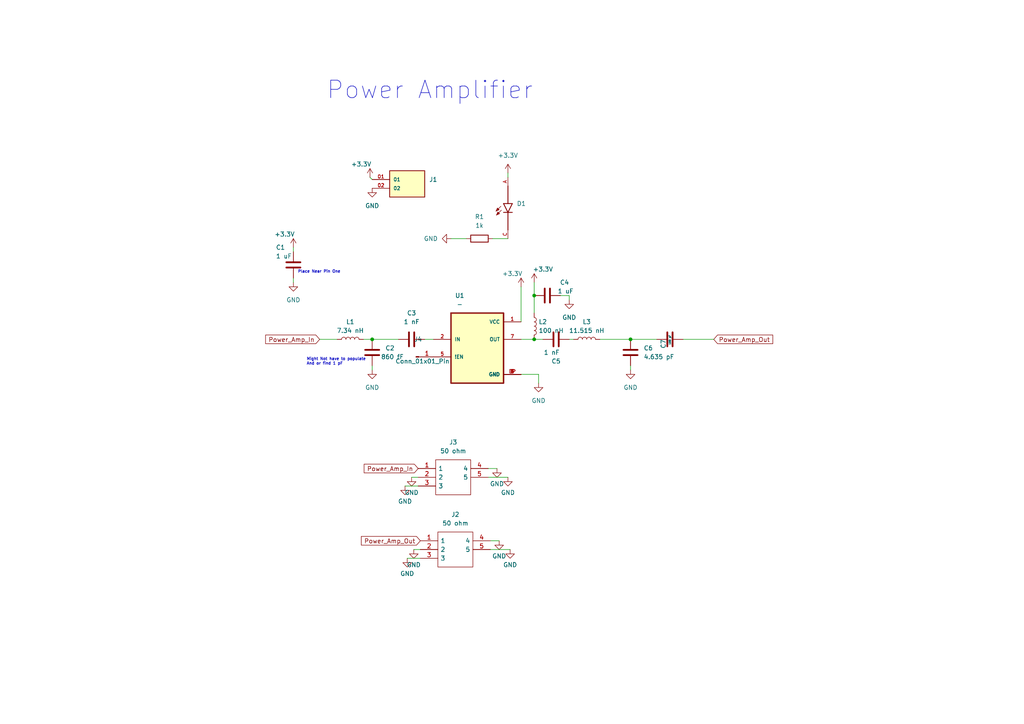
<source format=kicad_sch>
(kicad_sch (version 20230121) (generator eeschema)

  (uuid c4adf641-f8ef-4354-a2ad-f2553dddab6f)

  (paper "A4")

  (lib_symbols
    (symbol "0603 LED:LTST-C190KRKT" (pin_names (offset 1.016)) (in_bom yes) (on_board yes)
      (property "Reference" "D" (at -2.0351 4.0703 0)
        (effects (font (size 1.27 1.27)) (justify left bottom))
      )
      (property "Value" "LTST-C190KRKT" (at -2.0337 -3.8132 0)
        (effects (font (size 1.27 1.27)) (justify left bottom))
      )
      (property "Footprint" "LTST-C190KRKT:LEDC1608X35N" (at 0 0 0)
        (effects (font (size 1.27 1.27)) (justify bottom) hide)
      )
      (property "Datasheet" "" (at 0 0 0)
        (effects (font (size 1.27 1.27)) hide)
      )
      (property "MF" "Lite-On Inc." (at 0 0 0)
        (effects (font (size 1.27 1.27)) (justify bottom) hide)
      )
      (property "DESCRIPTION" "Yellow 588nm LED Indication - Discrete 2.1V 0603 (1608 Metric)" (at 0 0 0)
        (effects (font (size 1.27 1.27)) (justify bottom) hide)
      )
      (property "PACKAGE" "0603 Lite-On" (at 0 0 0)
        (effects (font (size 1.27 1.27)) (justify bottom) hide)
      )
      (property "PRICE" "None" (at 0 0 0)
        (effects (font (size 1.27 1.27)) (justify bottom) hide)
      )
      (property "Package" "0603 Lite-On" (at 0 0 0)
        (effects (font (size 1.27 1.27)) (justify bottom) hide)
      )
      (property "Check_prices" "https://www.snapeda.com/parts/LTST-C190KRKT/Lite-On+Inc./view-part/?ref=eda" (at 0 0 0)
        (effects (font (size 1.27 1.27)) (justify bottom) hide)
      )
      (property "Price" "None" (at 0 0 0)
        (effects (font (size 1.27 1.27)) (justify bottom) hide)
      )
      (property "SnapEDA_Link" "https://www.snapeda.com/parts/LTST-C190KRKT/Lite-On+Inc./view-part/?ref=snap" (at 0 0 0)
        (effects (font (size 1.27 1.27)) (justify bottom) hide)
      )
      (property "MP" "LTST-C190KRKT" (at 0 0 0)
        (effects (font (size 1.27 1.27)) (justify bottom) hide)
      )
      (property "Purchase-URL" "https://www.snapeda.com/api/url_track_click_mouser/?unipart_id=49359&manufacturer=Lite-On Inc.&part_name=LTST-C190KRKT&search_term=None" (at 0 0 0)
        (effects (font (size 1.27 1.27)) (justify bottom) hide)
      )
      (property "Description" "\nRed 631nm LED Indication - Discrete 2V 0603 (1608 Metric)\n" (at 0 0 0)
        (effects (font (size 1.27 1.27)) (justify bottom) hide)
      )
      (property "Availability" "In Stock" (at 0 0 0)
        (effects (font (size 1.27 1.27)) (justify bottom) hide)
      )
      (property "AVAILABILITY" "In Stock" (at 0 0 0)
        (effects (font (size 1.27 1.27)) (justify bottom) hide)
      )
      (property "PURCHASE-URL" "https://pricing.snapeda.com/search/part/LTST-C190YKT/?ref=eda" (at 0 0 0)
        (effects (font (size 1.27 1.27)) (justify bottom) hide)
      )
      (symbol "LTST-C190KRKT_0_0"
        (polyline
          (pts
            (xy -5.08 0)
            (xy 0 0)
          )
          (stroke (width 0.254) (type default))
          (fill (type none))
        )
        (polyline
          (pts
            (xy 0 -1.27)
            (xy 0 0)
          )
          (stroke (width 0.254) (type default))
          (fill (type none))
        )
        (polyline
          (pts
            (xy 0 0)
            (xy 0 1.27)
          )
          (stroke (width 0.254) (type default))
          (fill (type none))
        )
        (polyline
          (pts
            (xy 0 0)
            (xy 2.54 1.27)
          )
          (stroke (width 0.254) (type default))
          (fill (type none))
        )
        (polyline
          (pts
            (xy 0.635 1.905)
            (xy -0.762 3.302)
          )
          (stroke (width 0.1524) (type default))
          (fill (type none))
        )
        (polyline
          (pts
            (xy 1.778 2.032)
            (xy 0.381 3.429)
          )
          (stroke (width 0.1524) (type default))
          (fill (type none))
        )
        (polyline
          (pts
            (xy 2.54 -1.27)
            (xy 0 0)
          )
          (stroke (width 0.254) (type default))
          (fill (type none))
        )
        (polyline
          (pts
            (xy 2.54 -1.27)
            (xy 2.54 0)
          )
          (stroke (width 0.254) (type default))
          (fill (type none))
        )
        (polyline
          (pts
            (xy 2.54 0)
            (xy 2.54 1.27)
          )
          (stroke (width 0.254) (type default))
          (fill (type none))
        )
        (polyline
          (pts
            (xy 2.54 0)
            (xy 7.62 0)
          )
          (stroke (width 0.254) (type default))
          (fill (type none))
        )
        (polyline
          (pts
            (xy -0.762 3.302)
            (xy 0.127 2.921)
            (xy -0.381 2.413)
            (xy -0.762 3.302)
          )
          (stroke (width 0.1524) (type default))
          (fill (type outline))
        )
        (polyline
          (pts
            (xy 0.381 3.429)
            (xy 1.27 3.048)
            (xy 0.762 2.54)
            (xy 0.381 3.429)
          )
          (stroke (width 0.1524) (type default))
          (fill (type outline))
        )
        (pin passive line (at 10.16 0 180) (length 2.54)
          (name "~" (effects (font (size 1.016 1.016))))
          (number "A" (effects (font (size 1.016 1.016))))
        )
        (pin passive line (at -7.62 0 0) (length 2.54)
          (name "~" (effects (font (size 1.016 1.016))))
          (number "C" (effects (font (size 1.016 1.016))))
        )
      )
    )
    (symbol "Connector:Conn_01x01_Pin" (pin_names (offset 1.016) hide) (in_bom yes) (on_board yes)
      (property "Reference" "J" (at 0 2.54 0)
        (effects (font (size 1.27 1.27)))
      )
      (property "Value" "Conn_01x01_Pin" (at 0 -2.54 0)
        (effects (font (size 1.27 1.27)))
      )
      (property "Footprint" "" (at 0 0 0)
        (effects (font (size 1.27 1.27)) hide)
      )
      (property "Datasheet" "~" (at 0 0 0)
        (effects (font (size 1.27 1.27)) hide)
      )
      (property "ki_locked" "" (at 0 0 0)
        (effects (font (size 1.27 1.27)))
      )
      (property "ki_keywords" "connector" (at 0 0 0)
        (effects (font (size 1.27 1.27)) hide)
      )
      (property "ki_description" "Generic connector, single row, 01x01, script generated" (at 0 0 0)
        (effects (font (size 1.27 1.27)) hide)
      )
      (property "ki_fp_filters" "Connector*:*_1x??_*" (at 0 0 0)
        (effects (font (size 1.27 1.27)) hide)
      )
      (symbol "Conn_01x01_Pin_1_1"
        (polyline
          (pts
            (xy 1.27 0)
            (xy 0.8636 0)
          )
          (stroke (width 0.1524) (type default))
          (fill (type none))
        )
        (rectangle (start 0.8636 0.127) (end 0 -0.127)
          (stroke (width 0.1524) (type default))
          (fill (type outline))
        )
        (pin passive line (at 5.08 0 180) (length 3.81)
          (name "Pin_1" (effects (font (size 1.27 1.27))))
          (number "1" (effects (font (size 1.27 1.27))))
        )
      )
    )
    (symbol "Device:C" (pin_numbers hide) (pin_names (offset 0.254)) (in_bom yes) (on_board yes)
      (property "Reference" "C" (at 0.635 2.54 0)
        (effects (font (size 1.27 1.27)) (justify left))
      )
      (property "Value" "C" (at 0.635 -2.54 0)
        (effects (font (size 1.27 1.27)) (justify left))
      )
      (property "Footprint" "" (at 0.9652 -3.81 0)
        (effects (font (size 1.27 1.27)) hide)
      )
      (property "Datasheet" "~" (at 0 0 0)
        (effects (font (size 1.27 1.27)) hide)
      )
      (property "ki_keywords" "cap capacitor" (at 0 0 0)
        (effects (font (size 1.27 1.27)) hide)
      )
      (property "ki_description" "Unpolarized capacitor" (at 0 0 0)
        (effects (font (size 1.27 1.27)) hide)
      )
      (property "ki_fp_filters" "C_*" (at 0 0 0)
        (effects (font (size 1.27 1.27)) hide)
      )
      (symbol "C_0_1"
        (polyline
          (pts
            (xy -2.032 -0.762)
            (xy 2.032 -0.762)
          )
          (stroke (width 0.508) (type default))
          (fill (type none))
        )
        (polyline
          (pts
            (xy -2.032 0.762)
            (xy 2.032 0.762)
          )
          (stroke (width 0.508) (type default))
          (fill (type none))
        )
      )
      (symbol "C_1_1"
        (pin passive line (at 0 3.81 270) (length 2.794)
          (name "~" (effects (font (size 1.27 1.27))))
          (number "1" (effects (font (size 1.27 1.27))))
        )
        (pin passive line (at 0 -3.81 90) (length 2.794)
          (name "~" (effects (font (size 1.27 1.27))))
          (number "2" (effects (font (size 1.27 1.27))))
        )
      )
    )
    (symbol "Device:L" (pin_numbers hide) (pin_names (offset 1.016) hide) (in_bom yes) (on_board yes)
      (property "Reference" "L" (at -1.27 0 90)
        (effects (font (size 1.27 1.27)))
      )
      (property "Value" "L" (at 1.905 0 90)
        (effects (font (size 1.27 1.27)))
      )
      (property "Footprint" "" (at 0 0 0)
        (effects (font (size 1.27 1.27)) hide)
      )
      (property "Datasheet" "~" (at 0 0 0)
        (effects (font (size 1.27 1.27)) hide)
      )
      (property "ki_keywords" "inductor choke coil reactor magnetic" (at 0 0 0)
        (effects (font (size 1.27 1.27)) hide)
      )
      (property "ki_description" "Inductor" (at 0 0 0)
        (effects (font (size 1.27 1.27)) hide)
      )
      (property "ki_fp_filters" "Choke_* *Coil* Inductor_* L_*" (at 0 0 0)
        (effects (font (size 1.27 1.27)) hide)
      )
      (symbol "L_0_1"
        (arc (start 0 -2.54) (mid 0.6323 -1.905) (end 0 -1.27)
          (stroke (width 0) (type default))
          (fill (type none))
        )
        (arc (start 0 -1.27) (mid 0.6323 -0.635) (end 0 0)
          (stroke (width 0) (type default))
          (fill (type none))
        )
        (arc (start 0 0) (mid 0.6323 0.635) (end 0 1.27)
          (stroke (width 0) (type default))
          (fill (type none))
        )
        (arc (start 0 1.27) (mid 0.6323 1.905) (end 0 2.54)
          (stroke (width 0) (type default))
          (fill (type none))
        )
      )
      (symbol "L_1_1"
        (pin passive line (at 0 3.81 270) (length 1.27)
          (name "1" (effects (font (size 1.27 1.27))))
          (number "1" (effects (font (size 1.27 1.27))))
        )
        (pin passive line (at 0 -3.81 90) (length 1.27)
          (name "2" (effects (font (size 1.27 1.27))))
          (number "2" (effects (font (size 1.27 1.27))))
        )
      )
    )
    (symbol "Device:R" (pin_numbers hide) (pin_names (offset 0)) (in_bom yes) (on_board yes)
      (property "Reference" "R" (at 2.032 0 90)
        (effects (font (size 1.27 1.27)))
      )
      (property "Value" "R" (at 0 0 90)
        (effects (font (size 1.27 1.27)))
      )
      (property "Footprint" "" (at -1.778 0 90)
        (effects (font (size 1.27 1.27)) hide)
      )
      (property "Datasheet" "~" (at 0 0 0)
        (effects (font (size 1.27 1.27)) hide)
      )
      (property "ki_keywords" "R res resistor" (at 0 0 0)
        (effects (font (size 1.27 1.27)) hide)
      )
      (property "ki_description" "Resistor" (at 0 0 0)
        (effects (font (size 1.27 1.27)) hide)
      )
      (property "ki_fp_filters" "R_*" (at 0 0 0)
        (effects (font (size 1.27 1.27)) hide)
      )
      (symbol "R_0_1"
        (rectangle (start -1.016 -2.54) (end 1.016 2.54)
          (stroke (width 0.254) (type default))
          (fill (type none))
        )
      )
      (symbol "R_1_1"
        (pin passive line (at 0 3.81 270) (length 1.27)
          (name "~" (effects (font (size 1.27 1.27))))
          (number "1" (effects (font (size 1.27 1.27))))
        )
        (pin passive line (at 0 -3.81 90) (length 1.27)
          (name "~" (effects (font (size 1.27 1.27))))
          (number "2" (effects (font (size 1.27 1.27))))
        )
      )
    )
    (symbol "SMA Jacks:5-1814400-2" (pin_names (offset 0.762)) (in_bom yes) (on_board yes)
      (property "Reference" "J" (at 16.51 7.62 0)
        (effects (font (size 1.27 1.27)) (justify left))
      )
      (property "Value" "5-1814400-2" (at 16.51 5.08 0)
        (effects (font (size 1.27 1.27)) (justify left))
      )
      (property "Footprint" "518144002" (at 16.51 2.54 0)
        (effects (font (size 1.27 1.27)) (justify left) hide)
      )
      (property "Datasheet" "https://www.te.com/commerce/DocumentDelivery/DDEController?Action=srchrtrv&DocNm=1-1773725-8_RF_COAX_QRG&DocType=Data+Sheet&DocLang=English&PartCntxt=5-1814400-2&DocFormat=pdf" (at 16.51 0 0)
        (effects (font (size 1.27 1.27)) (justify left) hide)
      )
      (property "Description" "SMA R/A PCB Skt GZD" (at 16.51 -2.54 0)
        (effects (font (size 1.27 1.27)) (justify left) hide)
      )
      (property "Height" "10.63" (at 16.51 -5.08 0)
        (effects (font (size 1.27 1.27)) (justify left) hide)
      )
      (property "Manufacturer_Name" "TE Connectivity" (at 16.51 -7.62 0)
        (effects (font (size 1.27 1.27)) (justify left) hide)
      )
      (property "Manufacturer_Part_Number" "5-1814400-2" (at 16.51 -10.16 0)
        (effects (font (size 1.27 1.27)) (justify left) hide)
      )
      (property "Mouser Part Number" "571-5-1814400-2" (at 16.51 -12.7 0)
        (effects (font (size 1.27 1.27)) (justify left) hide)
      )
      (property "Mouser Price/Stock" "https://www.mouser.co.uk/ProductDetail/TE-Connectivity/5-1814400-2?qs=xZ%2FP%252Ba9zWqZECmGg8A%252BRQg%3D%3D" (at 16.51 -15.24 0)
        (effects (font (size 1.27 1.27)) (justify left) hide)
      )
      (property "Arrow Part Number" "5-1814400-2" (at 16.51 -17.78 0)
        (effects (font (size 1.27 1.27)) (justify left) hide)
      )
      (property "Arrow Price/Stock" "https://www.arrow.com/en/products/5-1814400-2/te-connectivity?region=europe" (at 16.51 -20.32 0)
        (effects (font (size 1.27 1.27)) (justify left) hide)
      )
      (property "ki_description" "SMA R/A PCB Skt GZD" (at 0 0 0)
        (effects (font (size 1.27 1.27)) hide)
      )
      (symbol "5-1814400-2_0_0"
        (pin passive line (at 0 0 0) (length 5.08)
          (name "1" (effects (font (size 1.27 1.27))))
          (number "1" (effects (font (size 1.27 1.27))))
        )
        (pin passive line (at 0 -2.54 0) (length 5.08)
          (name "2" (effects (font (size 1.27 1.27))))
          (number "2" (effects (font (size 1.27 1.27))))
        )
        (pin passive line (at 0 -5.08 0) (length 5.08)
          (name "3" (effects (font (size 1.27 1.27))))
          (number "3" (effects (font (size 1.27 1.27))))
        )
        (pin passive line (at 20.32 0 180) (length 5.08)
          (name "4" (effects (font (size 1.27 1.27))))
          (number "4" (effects (font (size 1.27 1.27))))
        )
        (pin passive line (at 20.32 -2.54 180) (length 5.08)
          (name "5" (effects (font (size 1.27 1.27))))
          (number "5" (effects (font (size 1.27 1.27))))
        )
      )
      (symbol "5-1814400-2_0_1"
        (polyline
          (pts
            (xy 5.08 2.54)
            (xy 15.24 2.54)
            (xy 15.24 -7.62)
            (xy 5.08 -7.62)
            (xy 5.08 2.54)
          )
          (stroke (width 0.1524) (type solid))
          (fill (type none))
        )
      )
    )
    (symbol "TI Power Amp:TRF37D73IDSGT" (pin_names (offset 1.016)) (in_bom yes) (on_board yes)
      (property "Reference" "U2" (at 0 15.24 0)
        (effects (font (size 1.27 1.27)))
      )
      (property "Value" "TRF37D73IDSGT" (at 0 12.7 0)
        (effects (font (size 1.27 1.27)))
      )
      (property "Footprint" "TRF37D73IDSGT:SON50P200X200X80-9N" (at -0.762 -14.986 0)
        (effects (font (size 1.27 1.27)) (justify bottom) hide)
      )
      (property "Datasheet" "" (at -1.524 -14.732 0)
        (effects (font (size 1.27 1.27)) hide)
      )
      (property "MF" "Texas Instruments" (at -0.254 -12.192 0)
        (effects (font (size 1.27 1.27)) (justify bottom) hide)
      )
      (property "Description" "\n1 to 6000 MHz 20dB RF Gain Block Amplifier with Powerdown Pin\n" (at -1.016 -14.224 0)
        (effects (font (size 1.27 1.27)) (justify bottom) hide)
      )
      (property "Package" "WSON-8 Texas Instruments" (at -1.27 -14.732 0)
        (effects (font (size 1.27 1.27)) (justify bottom) hide)
      )
      (property "Price" "None" (at -1.524 -14.732 0)
        (effects (font (size 1.27 1.27)) (justify bottom) hide)
      )
      (property "SnapEDA_Link" "https://www.snapeda.com/parts/TRF37D73IDSGT/Texas+Instruments/view-part/?ref=snap" (at 0.508 -14.732 0)
        (effects (font (size 1.27 1.27)) (justify bottom) hide)
      )
      (property "MP" "TRF37D73IDSGT" (at -1.016 -14.986 0)
        (effects (font (size 1.27 1.27)) (justify bottom) hide)
      )
      (property "Purchase-URL" "https://www.snapeda.com/api/url_track_click_mouser/?unipart_id=306953&manufacturer=Texas Instruments&part_name=TRF37D73IDSGT&search_term=trf37d73" (at -8.636 -14.478 0)
        (effects (font (size 1.27 1.27)) (justify bottom) hide)
      )
      (property "Availability" "In Stock" (at -1.524 -14.732 0)
        (effects (font (size 1.27 1.27)) (justify bottom) hide)
      )
      (property "Check_prices" "https://www.snapeda.com/parts/TRF37D73IDSGT/Texas+Instruments/view-part/?ref=eda" (at -3.048 -14.732 0)
        (effects (font (size 1.27 1.27)) (justify bottom) hide)
      )
      (symbol "TRF37D73IDSGT_0_0"
        (rectangle (start -2.54 10.16) (end 12.7 -10.16)
          (stroke (width 0.41) (type default))
          (fill (type background))
        )
        (pin power_in line (at 17.78 7.62 180) (length 5.08)
          (name "VCC" (effects (font (size 1.016 1.016))))
          (number "1" (effects (font (size 1.016 1.016))))
        )
        (pin power_in line (at 17.78 -7.62 180) (length 5.08)
          (name "GND" (effects (font (size 1.016 1.016))))
          (number "3" (effects (font (size 1.016 1.016))))
        )
        (pin power_in line (at 17.78 -7.62 180) (length 5.08)
          (name "GND" (effects (font (size 1.016 1.016))))
          (number "4" (effects (font (size 1.016 1.016))))
        )
        (pin power_in line (at 17.78 -7.62 180) (length 5.08)
          (name "GND" (effects (font (size 1.016 1.016))))
          (number "6" (effects (font (size 1.016 1.016))))
        )
        (pin output line (at 17.78 2.54 180) (length 5.08)
          (name "OUT" (effects (font (size 1.016 1.016))))
          (number "7" (effects (font (size 1.016 1.016))))
        )
        (pin power_in line (at 17.78 -7.62 180) (length 5.08)
          (name "GND" (effects (font (size 1.016 1.016))))
          (number "8" (effects (font (size 1.016 1.016))))
        )
        (pin power_in line (at 17.78 -7.62 180) (length 5.08)
          (name "GND" (effects (font (size 1.016 1.016))))
          (number "EP" (effects (font (size 1.016 1.016))))
        )
      )
      (symbol "TRF37D73IDSGT_1_0"
        (pin input line (at -7.62 2.54 0) (length 5.08)
          (name "IN" (effects (font (size 1.016 1.016))))
          (number "2" (effects (font (size 1.016 1.016))))
        )
        (pin bidirectional line (at -7.62 -2.54 0) (length 5.08)
          (name "!EN" (effects (font (size 1.016 1.016))))
          (number "5" (effects (font (size 1.016 1.016))))
        )
      )
    )
    (symbol "Two Terminal Block:1935776" (pin_names (offset 1.016)) (in_bom yes) (on_board yes)
      (property "Reference" "J" (at -5.08 5.842 0)
        (effects (font (size 1.27 1.27)) (justify left bottom))
      )
      (property "Value" "1935776" (at -5.08 -5.08 0)
        (effects (font (size 1.27 1.27)) (justify left bottom))
      )
      (property "Footprint" "1935776:PHOENIX_1935776" (at 0 0 0)
        (effects (font (size 1.27 1.27)) (justify bottom) hide)
      )
      (property "Datasheet" "" (at 0 0 0)
        (effects (font (size 1.27 1.27)) hide)
      )
      (property "MF" "Phoenix Contact" (at 0 0 0)
        (effects (font (size 1.27 1.27)) (justify bottom) hide)
      )
      (property "DESCRIPTION" "2 Position Wire to Board Terminal Block Horizontal with Board 0.197 (5.00mm) Through Hole" (at 0 0 0)
        (effects (font (size 1.27 1.27)) (justify bottom) hide)
      )
      (property "PACKAGE" "None" (at 0 0 0)
        (effects (font (size 1.27 1.27)) (justify bottom) hide)
      )
      (property "PRICE" "None" (at 0 0 0)
        (effects (font (size 1.27 1.27)) (justify bottom) hide)
      )
      (property "Package" "None" (at 0 0 0)
        (effects (font (size 1.27 1.27)) (justify bottom) hide)
      )
      (property "Check_prices" "https://www.snapeda.com/parts/1935776/Phoenix+Contact/view-part/?ref=eda" (at 0 0 0)
        (effects (font (size 1.27 1.27)) (justify bottom) hide)
      )
      (property "Price" "None" (at 0 0 0)
        (effects (font (size 1.27 1.27)) (justify bottom) hide)
      )
      (property "SnapEDA_Link" "https://www.snapeda.com/parts/1935776/Phoenix+Contact/view-part/?ref=snap" (at 0 0 0)
        (effects (font (size 1.27 1.27)) (justify bottom) hide)
      )
      (property "MP" "1935776" (at 0 0 0)
        (effects (font (size 1.27 1.27)) (justify bottom) hide)
      )
      (property "Purchase-URL" "https://www.snapeda.com/api/url_track_click_mouser/?unipart_id=576003&manufacturer=Phoenix Contact&part_name=1935776&search_term=1935776" (at 0 0 0)
        (effects (font (size 1.27 1.27)) (justify bottom) hide)
      )
      (property "Description" "\nPCB Terminal Screw 5mm 12AWG 400V 32A 2 Position COMBICON PT Series | Phoenix Contact 1935776\n" (at 0 0 0)
        (effects (font (size 1.27 1.27)) (justify bottom) hide)
      )
      (property "Availability" "In Stock" (at 0 0 0)
        (effects (font (size 1.27 1.27)) (justify bottom) hide)
      )
      (property "AVAILABILITY" "In Stock" (at 0 0 0)
        (effects (font (size 1.27 1.27)) (justify bottom) hide)
      )
      (property "PURCHASE-URL" "https://pricing.snapeda.com/search/part/1935776/?ref=eda" (at 0 0 0)
        (effects (font (size 1.27 1.27)) (justify bottom) hide)
      )
      (symbol "1935776_0_0"
        (rectangle (start -5.08 -2.54) (end 5.08 5.08)
          (stroke (width 0.254) (type default))
          (fill (type background))
        )
        (pin passive line (at -10.16 2.54 0) (length 5.08)
          (name "01" (effects (font (size 1.016 1.016))))
          (number "01" (effects (font (size 1.016 1.016))))
        )
        (pin passive line (at -10.16 0 0) (length 5.08)
          (name "02" (effects (font (size 1.016 1.016))))
          (number "02" (effects (font (size 1.016 1.016))))
        )
      )
    )
    (symbol "power:+3.3V" (power) (pin_names (offset 0)) (in_bom yes) (on_board yes)
      (property "Reference" "#PWR" (at 0 -3.81 0)
        (effects (font (size 1.27 1.27)) hide)
      )
      (property "Value" "+3.3V" (at 0 3.556 0)
        (effects (font (size 1.27 1.27)))
      )
      (property "Footprint" "" (at 0 0 0)
        (effects (font (size 1.27 1.27)) hide)
      )
      (property "Datasheet" "" (at 0 0 0)
        (effects (font (size 1.27 1.27)) hide)
      )
      (property "ki_keywords" "global power" (at 0 0 0)
        (effects (font (size 1.27 1.27)) hide)
      )
      (property "ki_description" "Power symbol creates a global label with name \"+3.3V\"" (at 0 0 0)
        (effects (font (size 1.27 1.27)) hide)
      )
      (symbol "+3.3V_0_1"
        (polyline
          (pts
            (xy -0.762 1.27)
            (xy 0 2.54)
          )
          (stroke (width 0) (type default))
          (fill (type none))
        )
        (polyline
          (pts
            (xy 0 0)
            (xy 0 2.54)
          )
          (stroke (width 0) (type default))
          (fill (type none))
        )
        (polyline
          (pts
            (xy 0 2.54)
            (xy 0.762 1.27)
          )
          (stroke (width 0) (type default))
          (fill (type none))
        )
      )
      (symbol "+3.3V_1_1"
        (pin power_in line (at 0 0 90) (length 0) hide
          (name "+3.3V" (effects (font (size 1.27 1.27))))
          (number "1" (effects (font (size 1.27 1.27))))
        )
      )
    )
    (symbol "power:GND" (power) (pin_names (offset 0)) (in_bom yes) (on_board yes)
      (property "Reference" "#PWR" (at 0 -6.35 0)
        (effects (font (size 1.27 1.27)) hide)
      )
      (property "Value" "GND" (at 0 -3.81 0)
        (effects (font (size 1.27 1.27)))
      )
      (property "Footprint" "" (at 0 0 0)
        (effects (font (size 1.27 1.27)) hide)
      )
      (property "Datasheet" "" (at 0 0 0)
        (effects (font (size 1.27 1.27)) hide)
      )
      (property "ki_keywords" "global power" (at 0 0 0)
        (effects (font (size 1.27 1.27)) hide)
      )
      (property "ki_description" "Power symbol creates a global label with name \"GND\" , ground" (at 0 0 0)
        (effects (font (size 1.27 1.27)) hide)
      )
      (symbol "GND_0_1"
        (polyline
          (pts
            (xy 0 0)
            (xy 0 -1.27)
            (xy 1.27 -1.27)
            (xy 0 -2.54)
            (xy -1.27 -1.27)
            (xy 0 -1.27)
          )
          (stroke (width 0) (type default))
          (fill (type none))
        )
      )
      (symbol "GND_1_1"
        (pin power_in line (at 0 0 270) (length 0) hide
          (name "GND" (effects (font (size 1.27 1.27))))
          (number "1" (effects (font (size 1.27 1.27))))
        )
      )
    )
  )

  (junction (at 182.88 98.425) (diameter 0) (color 0 0 0 0)
    (uuid 45b09c15-10c8-40e9-ac28-bb127cf11fc0)
  )
  (junction (at 107.95 98.425) (diameter 0) (color 0 0 0 0)
    (uuid 8e3e0e60-7090-46ee-865b-15d3666cba59)
  )
  (junction (at 154.94 98.425) (diameter 0) (color 0 0 0 0)
    (uuid 9138856c-7d42-49d9-971d-c61b68b7215a)
  )
  (junction (at 154.94 85.725) (diameter 0) (color 0 0 0 0)
    (uuid e58780c9-689f-4c8a-8b4c-137bdc224377)
  )

  (wire (pts (xy 182.88 106.045) (xy 182.88 107.315))
    (stroke (width 0) (type default))
    (uuid 01241a71-c16b-437b-a9c3-f6501119afff)
  )
  (wire (pts (xy 151.13 83.185) (xy 151.13 93.345))
    (stroke (width 0) (type default))
    (uuid 0d282bf4-7be7-433b-8a20-70fd7c017845)
  )
  (wire (pts (xy 182.88 98.425) (xy 190.5 98.425))
    (stroke (width 0) (type default))
    (uuid 1bb3448e-3180-4b81-91ee-1cb9c4b19546)
  )
  (wire (pts (xy 130.81 69.215) (xy 135.255 69.215))
    (stroke (width 0) (type default))
    (uuid 1c7b5057-2c87-4c26-83ce-5f81a2a9f22f)
  )
  (wire (pts (xy 85.09 80.645) (xy 85.09 81.915))
    (stroke (width 0) (type default))
    (uuid 2af7b2c1-f988-4fac-a64f-e3c14a256eab)
  )
  (wire (pts (xy 142.875 69.215) (xy 147.32 69.215))
    (stroke (width 0) (type default))
    (uuid 2c29159c-31ac-439f-8f7f-cb1b77fbe4fe)
  )
  (wire (pts (xy 198.12 98.425) (xy 207.01 98.425))
    (stroke (width 0) (type default))
    (uuid 2caaa255-7db7-4657-8105-43d184566c8f)
  )
  (wire (pts (xy 118.11 161.925) (xy 121.92 161.925))
    (stroke (width 0) (type default))
    (uuid 2dd52416-846d-4fa5-858d-7fda8367ebfe)
  )
  (wire (pts (xy 105.41 98.425) (xy 107.95 98.425))
    (stroke (width 0) (type default))
    (uuid 2f0aab2b-89a5-4c90-8a63-4165d1c1d24c)
  )
  (wire (pts (xy 107.315 51.435) (xy 107.95 52.07))
    (stroke (width 0) (type default))
    (uuid 2f860c45-49b1-49d5-a73f-3ee00f72ddad)
  )
  (wire (pts (xy 162.56 85.725) (xy 165.1 85.725))
    (stroke (width 0) (type default))
    (uuid 30ebd704-cede-440c-937f-b4f86b2951b5)
  )
  (wire (pts (xy 165.1 98.425) (xy 166.37 98.425))
    (stroke (width 0) (type default))
    (uuid 37a75d56-7620-4ee6-988a-e6b8e834b70a)
  )
  (wire (pts (xy 92.71 98.425) (xy 97.79 98.425))
    (stroke (width 0) (type default))
    (uuid 4313002b-44cf-4d54-a13c-403a26e36b72)
  )
  (wire (pts (xy 107.95 98.425) (xy 115.57 98.425))
    (stroke (width 0) (type default))
    (uuid 45a9a7af-493c-4a9b-85e2-942cb8397966)
  )
  (wire (pts (xy 147.32 50.165) (xy 147.32 51.435))
    (stroke (width 0) (type default))
    (uuid 4cb53e28-1b4b-4a6d-aa60-0090fb3c88b6)
  )
  (wire (pts (xy 154.94 85.725) (xy 154.94 90.805))
    (stroke (width 0) (type default))
    (uuid 54ce3eed-6d37-482b-8875-c9527e07db13)
  )
  (wire (pts (xy 156.21 108.585) (xy 156.21 111.125))
    (stroke (width 0) (type default))
    (uuid 5f7ca528-301b-4118-aa73-81c9d3729ed8)
  )
  (wire (pts (xy 151.13 108.585) (xy 156.21 108.585))
    (stroke (width 0) (type default))
    (uuid 644d4263-673c-4ade-9a3b-b2d4717beb04)
  )
  (wire (pts (xy 154.94 98.425) (xy 157.48 98.425))
    (stroke (width 0) (type default))
    (uuid 72df2283-47f1-4687-9817-34bc4364daca)
  )
  (wire (pts (xy 117.475 140.97) (xy 121.285 140.97))
    (stroke (width 0) (type default))
    (uuid 842d55b9-818c-4fe6-afa9-12ea6ddabf7d)
  )
  (wire (pts (xy 151.13 98.425) (xy 154.94 98.425))
    (stroke (width 0) (type default))
    (uuid 8445748d-e331-43b5-aa0f-bfbef91f0081)
  )
  (wire (pts (xy 142.24 159.385) (xy 147.955 159.385))
    (stroke (width 0) (type default))
    (uuid 95ec1059-2e65-4df4-bea6-f801bb354e77)
  )
  (wire (pts (xy 141.605 138.43) (xy 147.32 138.43))
    (stroke (width 0) (type default))
    (uuid 9b650bef-0e07-4981-9e49-72e58df43212)
  )
  (wire (pts (xy 154.94 81.915) (xy 154.94 85.725))
    (stroke (width 0) (type default))
    (uuid a2b0e784-9430-4aeb-9df1-d0f490686e1a)
  )
  (wire (pts (xy 120.015 159.385) (xy 121.92 159.385))
    (stroke (width 0) (type default))
    (uuid accd593a-4e75-45a0-a4b7-af3d80c8d0fd)
  )
  (wire (pts (xy 173.99 98.425) (xy 182.88 98.425))
    (stroke (width 0) (type default))
    (uuid accf640f-550c-4cd0-be9c-8033fadad1ad)
  )
  (wire (pts (xy 165.1 85.725) (xy 165.1 86.995))
    (stroke (width 0) (type default))
    (uuid b06fa6e3-93a2-4fc3-ba27-edba7e55ca2d)
  )
  (wire (pts (xy 85.09 71.755) (xy 85.09 73.025))
    (stroke (width 0) (type default))
    (uuid c10ed7db-91df-4c49-aeaf-316eef2d5baf)
  )
  (wire (pts (xy 142.24 156.845) (xy 144.78 156.845))
    (stroke (width 0) (type default))
    (uuid c14ac573-232d-4c80-9f78-7aaeece14fa3)
  )
  (wire (pts (xy 141.605 135.89) (xy 144.145 135.89))
    (stroke (width 0) (type default))
    (uuid c9f1ad09-6714-45ee-9056-444154a735e9)
  )
  (wire (pts (xy 107.95 106.045) (xy 107.95 107.315))
    (stroke (width 0) (type default))
    (uuid dbb6d5e9-e082-4658-8241-a2e416b03d86)
  )
  (wire (pts (xy 119.38 138.43) (xy 121.285 138.43))
    (stroke (width 0) (type default))
    (uuid e21859c7-0169-445a-a56f-105a9f5d9188)
  )
  (wire (pts (xy 123.19 98.425) (xy 125.73 98.425))
    (stroke (width 0) (type default))
    (uuid f776e6bc-a40d-46cf-80aa-35fc3a8a2d81)
  )

  (text "Power Amplifier\n" (at 94.615 29.21 0)
    (effects (font (size 5.08 5.08)) (justify left bottom))
    (uuid 2b81a205-5847-43dd-bd26-ec645f2ce8f4)
  )
  (text "Place Near Pin One" (at 86.36 79.375 0)
    (effects (font (size 0.8128 0.8128)) (justify left bottom))
    (uuid 7dc2d12b-a86d-4e2b-b733-ce5b9ceec00e)
  )
  (text "Might Not have to populate\nAnd or find 1 pF\n" (at 88.9 106.045 0)
    (effects (font (size 0.8128 0.8128)) (justify left bottom))
    (uuid e3ca44df-a89f-4edb-8ffa-ba7276fe9596)
  )

  (global_label "Power_Amp_In" (shape input) (at 121.285 135.89 180) (fields_autoplaced)
    (effects (font (size 1.27 1.27)) (justify right))
    (uuid 81ddcadd-fa73-44ca-992f-18e0baa4511e)
    (property "Intersheetrefs" "${INTERSHEET_REFS}" (at 105.135 135.89 0)
      (effects (font (size 1.27 1.27)) (justify right) hide)
    )
  )
  (global_label "Power_Amp_Out" (shape input) (at 207.01 98.425 0) (fields_autoplaced)
    (effects (font (size 1.27 1.27)) (justify left))
    (uuid a409690e-570e-429f-923c-18846c5f50dc)
    (property "Intersheetrefs" "${INTERSHEET_REFS}" (at 224.6114 98.425 0)
      (effects (font (size 1.27 1.27)) (justify left) hide)
    )
  )
  (global_label "Power_Amp_In" (shape input) (at 92.71 98.425 180) (fields_autoplaced)
    (effects (font (size 1.27 1.27)) (justify right))
    (uuid d481c65f-c66b-4094-b426-4b503a1a62b7)
    (property "Intersheetrefs" "${INTERSHEET_REFS}" (at 76.56 98.425 0)
      (effects (font (size 1.27 1.27)) (justify right) hide)
    )
  )
  (global_label "Power_Amp_Out" (shape input) (at 121.92 156.845 180) (fields_autoplaced)
    (effects (font (size 1.27 1.27)) (justify right))
    (uuid fba3e2ad-b0a4-4b3f-bc29-0f14ca001b56)
    (property "Intersheetrefs" "${INTERSHEET_REFS}" (at 104.3186 156.845 0)
      (effects (font (size 1.27 1.27)) (justify right) hide)
    )
  )

  (symbol (lib_id "Device:C") (at 182.88 102.235 0) (unit 1)
    (in_bom yes) (on_board yes) (dnp no) (fields_autoplaced)
    (uuid 0d87dafc-b6d7-4768-90e2-01e97c059bb6)
    (property "Reference" "C6" (at 186.69 100.965 0)
      (effects (font (size 1.27 1.27)) (justify left))
    )
    (property "Value" "4.635 pF" (at 186.69 103.505 0)
      (effects (font (size 1.27 1.27)) (justify left))
    )
    (property "Footprint" "Capacitor_SMD:C_0603_1608Metric_Pad1.08x0.95mm_HandSolder" (at 183.8452 106.045 0)
      (effects (font (size 1.27 1.27)) hide)
    )
    (property "Datasheet" "" (at 182.88 102.235 0)
      (effects (font (size 1.27 1.27)) hide)
    )
    (property "Description" "CAP CER 4.7PF 25V C0G/NP0 0603" (at 182.88 102.235 0)
      (effects (font (size 1.27 1.27)) hide)
    )
    (property "Link" "https://www.digikey.com/en/products/detail/w%C3%BCrth-elektronik/885012006030/5453627" (at 182.88 102.235 0)
      (effects (font (size 1.27 1.27)) hide)
    )
    (property "Manufacturer" "Würth Elektronik" (at 182.88 102.235 0)
      (effects (font (size 1.27 1.27)) hide)
    )
    (property "Part Number" "885012006030" (at 182.88 102.235 0)
      (effects (font (size 1.27 1.27)) hide)
    )
    (property "Vendor" "Digikey" (at 182.88 102.235 0)
      (effects (font (size 1.27 1.27)) hide)
    )
    (property "Vendor ID" "732-7772-1-ND" (at 182.88 102.235 0)
      (effects (font (size 1.27 1.27)) hide)
    )
    (pin "1" (uuid 17995f2b-2682-45eb-8336-4abe30f0c7eb))
    (pin "2" (uuid 10b1313d-1634-4a4a-a129-c1737ef4564e))
    (instances
      (project "modular"
        (path "/c4adf641-f8ef-4354-a2ad-f2553dddab6f"
          (reference "C6") (unit 1)
        )
      )
      (project "Main"
        (path "/dd006628-a26f-4227-b720-cadc8dc5e63f"
          (reference "C11") (unit 1)
        )
      )
    )
  )

  (symbol (lib_id "power:GND") (at 107.95 54.61 0) (unit 1)
    (in_bom yes) (on_board yes) (dnp no) (fields_autoplaced)
    (uuid 12f5e598-17dd-4929-81ff-e68dbd96af2f)
    (property "Reference" "#PWR010" (at 107.95 60.96 0)
      (effects (font (size 1.27 1.27)) hide)
    )
    (property "Value" "GND" (at 107.95 59.69 0)
      (effects (font (size 1.27 1.27)))
    )
    (property "Footprint" "" (at 107.95 54.61 0)
      (effects (font (size 1.27 1.27)) hide)
    )
    (property "Datasheet" "" (at 107.95 54.61 0)
      (effects (font (size 1.27 1.27)) hide)
    )
    (pin "1" (uuid 57aa79ce-8907-4491-9c8a-01fadc966fe8))
    (instances
      (project "modular"
        (path "/c4adf641-f8ef-4354-a2ad-f2553dddab6f"
          (reference "#PWR010") (unit 1)
        )
      )
      (project "Main"
        (path "/dd006628-a26f-4227-b720-cadc8dc5e63f"
          (reference "#PWR023") (unit 1)
        )
      )
    )
  )

  (symbol (lib_id "power:GND") (at 130.81 69.215 270) (unit 1)
    (in_bom yes) (on_board yes) (dnp no) (fields_autoplaced)
    (uuid 18f3dd9d-baa9-4fc3-a803-d899b9da18bf)
    (property "Reference" "#PWR019" (at 124.46 69.215 0)
      (effects (font (size 1.27 1.27)) hide)
    )
    (property "Value" "GND" (at 127 69.215 90)
      (effects (font (size 1.27 1.27)) (justify right))
    )
    (property "Footprint" "" (at 130.81 69.215 0)
      (effects (font (size 1.27 1.27)) hide)
    )
    (property "Datasheet" "" (at 130.81 69.215 0)
      (effects (font (size 1.27 1.27)) hide)
    )
    (pin "1" (uuid a412b54a-34f1-457b-baeb-5fb7559dbefa))
    (instances
      (project "modular"
        (path "/c4adf641-f8ef-4354-a2ad-f2553dddab6f"
          (reference "#PWR019") (unit 1)
        )
      )
      (project "Main"
        (path "/dd006628-a26f-4227-b720-cadc8dc5e63f"
          (reference "#PWR039") (unit 1)
        )
      )
    )
  )

  (symbol (lib_id "power:GND") (at 182.88 107.315 0) (unit 1)
    (in_bom yes) (on_board yes) (dnp no) (fields_autoplaced)
    (uuid 33932f0d-2640-4a0b-afe5-811ed7048cc8)
    (property "Reference" "#PWR08" (at 182.88 113.665 0)
      (effects (font (size 1.27 1.27)) hide)
    )
    (property "Value" "GND" (at 182.88 112.395 0)
      (effects (font (size 1.27 1.27)))
    )
    (property "Footprint" "" (at 182.88 107.315 0)
      (effects (font (size 1.27 1.27)) hide)
    )
    (property "Datasheet" "" (at 182.88 107.315 0)
      (effects (font (size 1.27 1.27)) hide)
    )
    (pin "1" (uuid d8cd117b-182e-41c7-b461-cbd57498840f))
    (instances
      (project "modular"
        (path "/c4adf641-f8ef-4354-a2ad-f2553dddab6f"
          (reference "#PWR08") (unit 1)
        )
      )
      (project "Main"
        (path "/dd006628-a26f-4227-b720-cadc8dc5e63f"
          (reference "#PWR019") (unit 1)
        )
      )
    )
  )

  (symbol (lib_id "SMA Jacks:5-1814400-2") (at 121.285 135.89 0) (unit 1)
    (in_bom yes) (on_board yes) (dnp no) (fields_autoplaced)
    (uuid 366bfbe2-57f9-4f33-86dd-5627fc7aeb9e)
    (property "Reference" "J3" (at 131.445 128.27 0)
      (effects (font (size 1.27 1.27)))
    )
    (property "Value" "50 ohm" (at 131.445 130.81 0)
      (effects (font (size 1.27 1.27)))
    )
    (property "Footprint" "sma:518144002" (at 137.795 133.35 0)
      (effects (font (size 1.27 1.27)) (justify left) hide)
    )
    (property "Datasheet" "" (at 137.795 135.89 0)
      (effects (font (size 1.27 1.27)) (justify left) hide)
    )
    (property "Description" "CONN SMA JACK R/A 50 OHM PCB" (at 137.795 138.43 0)
      (effects (font (size 1.27 1.27)) (justify left) hide)
    )
    (property "Link" "https://www.digikey.com/en/products/detail/te-connectivity-amp-connectors/5-1814400-2/11498408?utm_adgroup=RF%20%26%20RFID&utm_source=google&utm_medium=cpc&utm_campaign=Dynamic%20Search_EN_RLSA_Cart&utm_term=&utm_content=RF%20%26%20RFID&utm_id=go_cmp-175054875_adg-15264283635_ad-665604606416_aud-505192123630:dsa-152295748091_dev-c_ext-_prd-_sig-CjwKCAjw7c2pBhAZEiwA88pOF5LthMYWSTqa-AciiuAKjxBdrXR98jc6iUU6iGaURKHmJ3UG9S-BWBoCcRMQAvD_BwE&gclid=CjwKCAjw7c2pBhAZEiwA88pOF5LthMYWSTqa-AciiuAKjxBdrXR98jc6iUU6iGaURKHmJ3UG9S-BWBoCcRMQAvD_BwE" (at 121.285 135.89 0)
      (effects (font (size 1.27 1.27)) hide)
    )
    (property "Manufacturer" "TE Connectivity AMP Connectors" (at 121.285 135.89 0)
      (effects (font (size 1.27 1.27)) hide)
    )
    (property "Part Number" "5-1814400-2" (at 121.285 135.89 0)
      (effects (font (size 1.27 1.27)) hide)
    )
    (property "Vendor" "Digikey" (at 121.285 135.89 0)
      (effects (font (size 1.27 1.27)) hide)
    )
    (property "Vendor ID" "17-5-1814400-2CT-ND" (at 121.285 135.89 0)
      (effects (font (size 1.27 1.27)) hide)
    )
    (pin "1" (uuid fd08f44f-bea6-4c06-8c1a-6c6f8bd4d314))
    (pin "2" (uuid 0ca0ab97-2691-434f-961a-2b06f4822db9))
    (pin "3" (uuid f82583d2-eced-4d02-959d-6c933486df43))
    (pin "4" (uuid 725c0da4-655c-4e40-ab34-e6380618acf5))
    (pin "5" (uuid 8b3775cc-33ce-43c4-909c-1f11a75963e3))
    (instances
      (project "modular"
        (path "/c4adf641-f8ef-4354-a2ad-f2553dddab6f"
          (reference "J3") (unit 1)
        )
      )
      (project "Main"
        (path "/dd006628-a26f-4227-b720-cadc8dc5e63f/8ece1a36-75a6-45cb-af12-6147705518c3"
          (reference "J5") (unit 1)
        )
      )
    )
  )

  (symbol (lib_id "Device:C") (at 119.38 98.425 90) (unit 1)
    (in_bom yes) (on_board yes) (dnp no) (fields_autoplaced)
    (uuid 3a3afd68-c924-4479-b730-e01fb4b5138b)
    (property "Reference" "C3" (at 119.38 90.805 90)
      (effects (font (size 1.27 1.27)))
    )
    (property "Value" "1 nF" (at 119.38 93.345 90)
      (effects (font (size 1.27 1.27)))
    )
    (property "Footprint" "Capacitor_SMD:C_0603_1608Metric_Pad1.08x0.95mm_HandSolder" (at 123.19 97.4598 0)
      (effects (font (size 1.27 1.27)) hide)
    )
    (property "Datasheet" "" (at 119.38 98.425 0)
      (effects (font (size 1.27 1.27)) hide)
    )
    (property "Description" "CAP CER 1000PF 16V C0G/NP0 0603" (at 119.38 98.425 0)
      (effects (font (size 1.27 1.27)) hide)
    )
    (property "Link" "https://www.digikey.com/en/products/detail/w%C3%BCrth-elektronik/885012006029/5453626" (at 119.38 98.425 0)
      (effects (font (size 1.27 1.27)) hide)
    )
    (property "Manufacturer" "Würth Elektronik" (at 119.38 98.425 0)
      (effects (font (size 1.27 1.27)) hide)
    )
    (property "Part Number" "885012006029" (at 119.38 98.425 0)
      (effects (font (size 1.27 1.27)) hide)
    )
    (property "Vendor" "Digikey" (at 119.38 98.425 0)
      (effects (font (size 1.27 1.27)) hide)
    )
    (property "Vendor ID" "732-7771-1-ND" (at 119.38 98.425 0)
      (effects (font (size 1.27 1.27)) hide)
    )
    (pin "1" (uuid fa5583ba-47cb-4cf8-8d87-011aa0f501d3))
    (pin "2" (uuid dc3abe60-6e62-4dda-9166-9e0bf62388f3))
    (instances
      (project "modular"
        (path "/c4adf641-f8ef-4354-a2ad-f2553dddab6f"
          (reference "C3") (unit 1)
        )
      )
      (project "Main"
        (path "/dd006628-a26f-4227-b720-cadc8dc5e63f"
          (reference "C9") (unit 1)
        )
      )
    )
  )

  (symbol (lib_id "power:GND") (at 120.015 159.385 0) (unit 1)
    (in_bom yes) (on_board yes) (dnp no) (fields_autoplaced)
    (uuid 44345112-f7fc-485a-9aa2-64a5b23c0873)
    (property "Reference" "#PWR013" (at 120.015 165.735 0)
      (effects (font (size 1.27 1.27)) hide)
    )
    (property "Value" "GND" (at 120.015 163.83 0)
      (effects (font (size 1.27 1.27)))
    )
    (property "Footprint" "" (at 120.015 159.385 0)
      (effects (font (size 1.27 1.27)) hide)
    )
    (property "Datasheet" "" (at 120.015 159.385 0)
      (effects (font (size 1.27 1.27)) hide)
    )
    (pin "1" (uuid 4c8d67e5-37c1-4170-b151-3e574a053f3f))
    (instances
      (project "modular"
        (path "/c4adf641-f8ef-4354-a2ad-f2553dddab6f"
          (reference "#PWR013") (unit 1)
        )
      )
      (project "Main"
        (path "/dd006628-a26f-4227-b720-cadc8dc5e63f/8ece1a36-75a6-45cb-af12-6147705518c3"
          (reference "#PWR050") (unit 1)
        )
      )
    )
  )

  (symbol (lib_id "Two Terminal Block:1935776") (at 118.11 54.61 0) (unit 1)
    (in_bom yes) (on_board yes) (dnp no) (fields_autoplaced)
    (uuid 4976ec27-fd25-49de-886a-952a5dc67724)
    (property "Reference" "J1" (at 124.46 52.07 0)
      (effects (font (size 1.27 1.27)) (justify left))
    )
    (property "Value" "-" (at 124.46 54.61 0)
      (effects (font (size 1.27 1.27)) (justify left) hide)
    )
    (property "Footprint" "terminal block:PHOENIX_1935776" (at 118.11 54.61 0)
      (effects (font (size 1.27 1.27)) (justify bottom) hide)
    )
    (property "Datasheet" "" (at 118.11 54.61 0)
      (effects (font (size 1.27 1.27)) hide)
    )
    (property "Description" "TERM BLK 2POS SIDE ENTRY 5MM PCB" (at 118.11 54.61 0)
      (effects (font (size 1.27 1.27)) (justify bottom) hide)
    )
    (property "Link" "https://www.digikey.com/en/products/detail/phoenix-contact/1935776/2513905" (at 118.11 54.61 0)
      (effects (font (size 1.27 1.27)) hide)
    )
    (property "Manufacturer" "Phoenix Contact" (at 118.11 54.61 0)
      (effects (font (size 1.27 1.27)) hide)
    )
    (property "Part Number" "1935776" (at 118.11 54.61 0)
      (effects (font (size 1.27 1.27)) hide)
    )
    (property "Vendor" "Digikey" (at 118.11 54.61 0)
      (effects (font (size 1.27 1.27)) hide)
    )
    (property "Vendor ID" "277-6405-ND" (at 118.11 54.61 0)
      (effects (font (size 1.27 1.27)) hide)
    )
    (pin "01" (uuid 9bca38ed-45d3-4274-9584-b8abcdb7c799))
    (pin "02" (uuid d9e70f1a-ffd5-4479-9c03-232dcfea37ac))
    (instances
      (project "modular"
        (path "/c4adf641-f8ef-4354-a2ad-f2553dddab6f"
          (reference "J1") (unit 1)
        )
      )
      (project "Main"
        (path "/dd006628-a26f-4227-b720-cadc8dc5e63f"
          (reference "J1") (unit 1)
        )
      )
    )
  )

  (symbol (lib_id "power:+3.3V") (at 107.315 51.435 0) (unit 1)
    (in_bom yes) (on_board yes) (dnp no)
    (uuid 4c3ca6ce-3c6f-4568-8147-539e9dc2b10a)
    (property "Reference" "#PWR09" (at 107.315 55.245 0)
      (effects (font (size 1.27 1.27)) hide)
    )
    (property "Value" "+3.3V" (at 104.775 47.625 0)
      (effects (font (size 1.27 1.27)))
    )
    (property "Footprint" "" (at 107.315 51.435 0)
      (effects (font (size 1.27 1.27)) hide)
    )
    (property "Datasheet" "" (at 107.315 51.435 0)
      (effects (font (size 1.27 1.27)) hide)
    )
    (pin "1" (uuid 32fcbeb7-7ecd-4c72-8c27-4f7ea9a88aa3))
    (instances
      (project "modular"
        (path "/c4adf641-f8ef-4354-a2ad-f2553dddab6f"
          (reference "#PWR09") (unit 1)
        )
      )
      (project "Main"
        (path "/dd006628-a26f-4227-b720-cadc8dc5e63f"
          (reference "#PWR017") (unit 1)
        )
      )
    )
  )

  (symbol (lib_id "TI Power Amp:TRF37D73IDSGT") (at 133.35 100.965 0) (unit 1)
    (in_bom yes) (on_board yes) (dnp no) (fields_autoplaced)
    (uuid 4c8661f7-ec24-46d6-bf11-ed9d5fc6e5b2)
    (property "Reference" "U1" (at 133.35 85.725 0)
      (effects (font (size 1.27 1.27)))
    )
    (property "Value" "-" (at 133.35 88.265 0)
      (effects (font (size 1.27 1.27)))
    )
    (property "Footprint" "TI Power AMp:SON50P200X200X80-9N" (at 132.588 115.951 0)
      (effects (font (size 1.27 1.27)) (justify bottom) hide)
    )
    (property "Datasheet" "" (at 131.826 115.697 0)
      (effects (font (size 1.27 1.27)) hide)
    )
    (property "Description" "IC RF AMP 1MHZ-6GHZ 8WSON" (at 132.334 115.189 0)
      (effects (font (size 1.27 1.27)) (justify bottom) hide)
    )
    (property "Link" "https://www.digikey.com/en/products/detail/texas-instruments/trf37d73idsgt/5051666" (at 133.35 100.965 0)
      (effects (font (size 1.27 1.27)) hide)
    )
    (property "Manufacturer" "Texas Instruments" (at 133.35 100.965 0)
      (effects (font (size 1.27 1.27)) hide)
    )
    (property "Part Number" "TRF37D73IDSGT" (at 133.35 100.965 0)
      (effects (font (size 1.27 1.27)) hide)
    )
    (property "Vendor" "Digikey" (at 133.35 100.965 0)
      (effects (font (size 1.27 1.27)) hide)
    )
    (property "Vendor ID" "296-38827-1-ND" (at 133.35 100.965 0)
      (effects (font (size 1.27 1.27)) hide)
    )
    (pin "1" (uuid 2dc69aa6-c073-450f-af39-47d9c235fe66))
    (pin "3" (uuid 9f6e8ed2-859b-4d74-9810-4afe411f9adb))
    (pin "4" (uuid ff788590-29f8-4e29-90b2-dc9ce4536755))
    (pin "6" (uuid a54fedb5-da62-4aca-bc02-fdd05942a40e))
    (pin "7" (uuid 07336397-0566-40c4-8f55-b3453efdebe0))
    (pin "8" (uuid feddc772-3e6c-421e-a17d-6bd413926fa9))
    (pin "EP" (uuid aabcf417-8565-4ff0-9094-6b68ae5acbac))
    (pin "2" (uuid 6ba582b5-0734-4721-bf2f-167673047a1b))
    (pin "5" (uuid e4ea3db4-0b70-4bda-a269-f8564ad9b98b))
    (instances
      (project "modular"
        (path "/c4adf641-f8ef-4354-a2ad-f2553dddab6f"
          (reference "U1") (unit 1)
        )
      )
      (project "Main"
        (path "/dd006628-a26f-4227-b720-cadc8dc5e63f"
          (reference "U2") (unit 1)
        )
      )
    )
  )

  (symbol (lib_id "Device:R") (at 139.065 69.215 90) (unit 1)
    (in_bom yes) (on_board yes) (dnp no) (fields_autoplaced)
    (uuid 52100de7-cb00-4302-a166-529d315e925c)
    (property "Reference" "R1" (at 139.065 62.865 90)
      (effects (font (size 1.27 1.27)))
    )
    (property "Value" "1k" (at 139.065 65.405 90)
      (effects (font (size 1.27 1.27)))
    )
    (property "Footprint" "Resistor_SMD:R_0603_1608Metric_Pad0.98x0.95mm_HandSolder" (at 139.065 70.993 90)
      (effects (font (size 1.27 1.27)) hide)
    )
    (property "Datasheet" "" (at 139.065 69.215 0)
      (effects (font (size 1.27 1.27)) hide)
    )
    (property "Description" "RES SMD 1K OHM 5% 1/10W 0603" (at 139.065 69.215 0)
      (effects (font (size 1.27 1.27)) hide)
    )
    (property "Link" "https://www.digikey.com/en/products/detail/panasonic-electronic-components/ERJ-3GEYJ102V/68472?s=N4IgjCBcoExaBjKAzAhgGwM4FMA0IB7KAbXABYAGANjJAF18AHAFyhAGVmAnASwDsA5iAC%2B%2BAMzwQSSGix5CJEDACsFCQxAs2nXoJH5lk6bJz4ikUmLBUAnGFoatkDt35DR4KkZQZTCiyBiNjBkXo6szjpu%2BuAA7N4yvvLmpGDBhuHarnoeoQkmyYqxABwUcJmR2e74YLG00FI%2BcmaKZGC1ZOVMES661UrKcA3GSS0BITA2Yg7dWX0xsRTxw01%2BKYFgMGAUGbOV8x7tMMuIq4Xj9HsgAJJ8zNgC2Fwxm3b5o-6WwWS7mj1RORqqgo72anxAyisMz%2Bc2ih0hEBWiTB6wgFV6cJqNmKNlBa0UILoHhgFGKhiRBTGqQABABrADyAAsALaYS4w5wAVT4PGY9OQAFlsKhMABXLjYGIAWkRp2R%2BIC23oHil9TllPBxWKtgcKvJ6o%2BqJA%2BDgJrI6hVJ0a8vOpCo2zKFFwSqJwmEQA" (at 139.065 69.215 0)
      (effects (font (size 1.27 1.27)) hide)
    )
    (property "Manufacturer" "Panasonic Electronic Components" (at 139.065 69.215 0)
      (effects (font (size 1.27 1.27)) hide)
    )
    (property "Part Number" "ERJ-3GEYJ102V" (at 139.065 69.215 0)
      (effects (font (size 1.27 1.27)) hide)
    )
    (property "Vendor" "Digikey" (at 139.065 69.215 0)
      (effects (font (size 1.27 1.27)) hide)
    )
    (property "Vendor ID" "P1.0KGCT-ND" (at 139.065 69.215 0)
      (effects (font (size 1.27 1.27)) hide)
    )
    (pin "1" (uuid b1215659-13e0-4722-9d63-9852b442315c))
    (pin "2" (uuid e5cf3071-30de-469e-8e4e-841ad6a7c848))
    (instances
      (project "modular"
        (path "/c4adf641-f8ef-4354-a2ad-f2553dddab6f"
          (reference "R1") (unit 1)
        )
      )
      (project "Main"
        (path "/dd006628-a26f-4227-b720-cadc8dc5e63f"
          (reference "R3") (unit 1)
        )
      )
    )
  )

  (symbol (lib_id "power:+3.3V") (at 151.13 83.185 0) (unit 1)
    (in_bom yes) (on_board yes) (dnp no)
    (uuid 5b06d06e-e1a8-4733-ba55-d258eb16eea5)
    (property "Reference" "#PWR04" (at 151.13 86.995 0)
      (effects (font (size 1.27 1.27)) hide)
    )
    (property "Value" "+3.3V" (at 148.59 79.375 0)
      (effects (font (size 1.27 1.27)))
    )
    (property "Footprint" "" (at 151.13 83.185 0)
      (effects (font (size 1.27 1.27)) hide)
    )
    (property "Datasheet" "" (at 151.13 83.185 0)
      (effects (font (size 1.27 1.27)) hide)
    )
    (pin "1" (uuid 787369a3-72f6-44a6-ab9c-a5f0a2438c3b))
    (instances
      (project "modular"
        (path "/c4adf641-f8ef-4354-a2ad-f2553dddab6f"
          (reference "#PWR04") (unit 1)
        )
      )
      (project "Main"
        (path "/dd006628-a26f-4227-b720-cadc8dc5e63f"
          (reference "#PWR017") (unit 1)
        )
      )
    )
  )

  (symbol (lib_id "power:+3.3V") (at 154.94 81.915 0) (unit 1)
    (in_bom yes) (on_board yes) (dnp no)
    (uuid 5e23f740-d73f-486e-96cd-2be615f48b77)
    (property "Reference" "#PWR05" (at 154.94 85.725 0)
      (effects (font (size 1.27 1.27)) hide)
    )
    (property "Value" "+3.3V" (at 157.48 78.105 0)
      (effects (font (size 1.27 1.27)))
    )
    (property "Footprint" "" (at 154.94 81.915 0)
      (effects (font (size 1.27 1.27)) hide)
    )
    (property "Datasheet" "" (at 154.94 81.915 0)
      (effects (font (size 1.27 1.27)) hide)
    )
    (pin "1" (uuid 6e12ba9f-f7b2-4899-ae08-f1f5c0d1cfb9))
    (instances
      (project "modular"
        (path "/c4adf641-f8ef-4354-a2ad-f2553dddab6f"
          (reference "#PWR05") (unit 1)
        )
      )
      (project "Main"
        (path "/dd006628-a26f-4227-b720-cadc8dc5e63f"
          (reference "#PWR021") (unit 1)
        )
      )
    )
  )

  (symbol (lib_id "power:+3.3V") (at 147.32 50.165 0) (unit 1)
    (in_bom yes) (on_board yes) (dnp no) (fields_autoplaced)
    (uuid 60cb1b7d-9b12-421f-a633-0265649a9912)
    (property "Reference" "#PWR020" (at 147.32 53.975 0)
      (effects (font (size 1.27 1.27)) hide)
    )
    (property "Value" "+3.3V" (at 147.32 45.085 0)
      (effects (font (size 1.27 1.27)))
    )
    (property "Footprint" "" (at 147.32 50.165 0)
      (effects (font (size 1.27 1.27)) hide)
    )
    (property "Datasheet" "" (at 147.32 50.165 0)
      (effects (font (size 1.27 1.27)) hide)
    )
    (pin "1" (uuid 681c2dd8-8a38-4e6f-886f-2e63b45cbb64))
    (instances
      (project "modular"
        (path "/c4adf641-f8ef-4354-a2ad-f2553dddab6f"
          (reference "#PWR020") (unit 1)
        )
      )
      (project "Main"
        (path "/dd006628-a26f-4227-b720-cadc8dc5e63f"
          (reference "#PWR038") (unit 1)
        )
      )
    )
  )

  (symbol (lib_id "Device:L") (at 101.6 98.425 90) (unit 1)
    (in_bom yes) (on_board yes) (dnp no) (fields_autoplaced)
    (uuid 64987179-aefc-4cae-89e4-5744349b14a1)
    (property "Reference" "L1" (at 101.6 93.345 90)
      (effects (font (size 1.27 1.27)))
    )
    (property "Value" "7.34 nH" (at 101.6 95.885 90)
      (effects (font (size 1.27 1.27)))
    )
    (property "Footprint" "Inductor_SMD:L_0603_1608Metric_Pad1.05x0.95mm_HandSolder" (at 101.6 98.425 0)
      (effects (font (size 1.27 1.27)) hide)
    )
    (property "Datasheet" "" (at 101.6 98.425 0)
      (effects (font (size 1.27 1.27)) hide)
    )
    (property "Description" "FIXED IND 7.2NH 1.4A 70MOHM SMD" (at 101.6 98.425 0)
      (effects (font (size 1.27 1.27)) hide)
    )
    (property "Link" "https://www.digikey.com/en/products/detail/shenzhen-sunlord-electronics-co-ltd/SDWL1608CP7N2JSTF/14120486" (at 101.6 98.425 0)
      (effects (font (size 1.27 1.27)) hide)
    )
    (property "Manufacturer" "Shenzhen Sunlord Electronics Co., Ltd." (at 101.6 98.425 0)
      (effects (font (size 1.27 1.27)) hide)
    )
    (property "Part Number" "SDWL1608CP7N2JSTF" (at 101.6 98.425 0)
      (effects (font (size 1.27 1.27)) hide)
    )
    (property "Vendor" "Digikey" (at 101.6 98.425 0)
      (effects (font (size 1.27 1.27)) hide)
    )
    (property "Vendor ID" "3442-SDWL1608CP7N2JSTFCT-ND" (at 101.6 98.425 0)
      (effects (font (size 1.27 1.27)) hide)
    )
    (pin "1" (uuid c114b20a-5603-4192-b768-999947400ca6))
    (pin "2" (uuid ca506c6a-b176-470c-9048-e3045a57ef06))
    (instances
      (project "modular"
        (path "/c4adf641-f8ef-4354-a2ad-f2553dddab6f"
          (reference "L1") (unit 1)
        )
      )
      (project "Main"
        (path "/dd006628-a26f-4227-b720-cadc8dc5e63f"
          (reference "L2") (unit 1)
        )
      )
    )
  )

  (symbol (lib_id "power:+3.3V") (at 85.09 71.755 0) (unit 1)
    (in_bom yes) (on_board yes) (dnp no)
    (uuid 67cfa29d-450d-4f4d-8240-53964b27ff8a)
    (property "Reference" "#PWR01" (at 85.09 75.565 0)
      (effects (font (size 1.27 1.27)) hide)
    )
    (property "Value" "+3.3V" (at 82.55 67.945 0)
      (effects (font (size 1.27 1.27)))
    )
    (property "Footprint" "" (at 85.09 71.755 0)
      (effects (font (size 1.27 1.27)) hide)
    )
    (property "Datasheet" "" (at 85.09 71.755 0)
      (effects (font (size 1.27 1.27)) hide)
    )
    (pin "1" (uuid ba4f6313-c337-465d-a072-d7be8c53e453))
    (instances
      (project "modular"
        (path "/c4adf641-f8ef-4354-a2ad-f2553dddab6f"
          (reference "#PWR01") (unit 1)
        )
      )
      (project "Main"
        (path "/dd006628-a26f-4227-b720-cadc8dc5e63f"
          (reference "#PWR022") (unit 1)
        )
      )
    )
  )

  (symbol (lib_id "power:GND") (at 147.955 159.385 0) (unit 1)
    (in_bom yes) (on_board yes) (dnp no) (fields_autoplaced)
    (uuid 6eff7ab9-1d9f-4194-8453-7a5c563d8316)
    (property "Reference" "#PWR012" (at 147.955 165.735 0)
      (effects (font (size 1.27 1.27)) hide)
    )
    (property "Value" "GND" (at 147.955 163.83 0)
      (effects (font (size 1.27 1.27)))
    )
    (property "Footprint" "" (at 147.955 159.385 0)
      (effects (font (size 1.27 1.27)) hide)
    )
    (property "Datasheet" "" (at 147.955 159.385 0)
      (effects (font (size 1.27 1.27)) hide)
    )
    (pin "1" (uuid e1770762-5d17-4e10-a7ce-9045301f6c02))
    (instances
      (project "modular"
        (path "/c4adf641-f8ef-4354-a2ad-f2553dddab6f"
          (reference "#PWR012") (unit 1)
        )
      )
      (project "Main"
        (path "/dd006628-a26f-4227-b720-cadc8dc5e63f/8ece1a36-75a6-45cb-af12-6147705518c3"
          (reference "#PWR049") (unit 1)
        )
      )
    )
  )

  (symbol (lib_id "0603 LED:LTST-C190KRKT") (at 147.32 61.595 90) (unit 1)
    (in_bom yes) (on_board yes) (dnp no) (fields_autoplaced)
    (uuid 792252d2-c930-41bf-9553-201eb56c0e85)
    (property "Reference" "D1" (at 149.86 59.055 90)
      (effects (font (size 1.27 1.27)) (justify right))
    )
    (property "Value" "-" (at 149.86 61.595 90)
      (effects (font (size 1.27 1.27)) (justify right) hide)
    )
    (property "Footprint" "0603 LED:LEDC1608X35N" (at 147.32 61.595 0)
      (effects (font (size 1.27 1.27)) (justify bottom) hide)
    )
    (property "Datasheet" "" (at 147.32 61.595 0)
      (effects (font (size 1.27 1.27)) hide)
    )
    (property "Description" "LED RED CLEAR CHIP SMD" (at 147.32 61.595 0)
      (effects (font (size 1.27 1.27)) (justify bottom) hide)
    )
    (property "Link" "https://www.digikey.com/en/products/detail/liteon/LTST-C190KRKT/386817?s=N4IgTCBcDaIDIBUDKCC0BhAjATgAwGkAlfBAAhAF0BfIA" (at 147.32 61.595 0)
      (effects (font (size 1.27 1.27)) hide)
    )
    (property "Manufacturer" "Lite-On Inc." (at 147.32 61.595 0)
      (effects (font (size 1.27 1.27)) hide)
    )
    (property "Part Number" "LTST-C190KRKT" (at 147.32 61.595 0)
      (effects (font (size 1.27 1.27)) hide)
    )
    (property "Vendor" "Digikey" (at 147.32 61.595 0)
      (effects (font (size 1.27 1.27)) hide)
    )
    (property "Vendor ID" "160-1436-1-ND" (at 147.32 61.595 0)
      (effects (font (size 1.27 1.27)) hide)
    )
    (pin "A" (uuid 80aaed60-ea8b-47aa-bcbe-a33473e69afa))
    (pin "C" (uuid 5caf310f-b62b-44fd-828e-70e018b947b5))
    (instances
      (project "modular"
        (path "/c4adf641-f8ef-4354-a2ad-f2553dddab6f"
          (reference "D1") (unit 1)
        )
      )
      (project "Main"
        (path "/dd006628-a26f-4227-b720-cadc8dc5e63f"
          (reference "D1") (unit 1)
        )
      )
    )
  )

  (symbol (lib_id "Device:C") (at 161.29 98.425 90) (unit 1)
    (in_bom yes) (on_board yes) (dnp no)
    (uuid 7cd5792e-d159-44fe-b66b-09b94096883f)
    (property "Reference" "C5" (at 161.29 104.775 90)
      (effects (font (size 1.27 1.27)))
    )
    (property "Value" "1 nF" (at 160.02 102.235 90)
      (effects (font (size 1.27 1.27)))
    )
    (property "Footprint" "Capacitor_SMD:C_0603_1608Metric_Pad1.08x0.95mm_HandSolder" (at 165.1 97.4598 0)
      (effects (font (size 1.27 1.27)) hide)
    )
    (property "Datasheet" "" (at 161.29 98.425 0)
      (effects (font (size 1.27 1.27)) hide)
    )
    (property "Description" "CAP CER 1000PF 16V C0G/NP0 0603" (at 161.29 98.425 0)
      (effects (font (size 1.27 1.27)) hide)
    )
    (property "Link" "https://www.digikey.com/en/products/detail/w%C3%BCrth-elektronik/885012006029/5453626" (at 161.29 98.425 0)
      (effects (font (size 1.27 1.27)) hide)
    )
    (property "Manufacturer" "Würth Elektronik" (at 161.29 98.425 0)
      (effects (font (size 1.27 1.27)) hide)
    )
    (property "Part Number" "885012006029" (at 161.29 98.425 0)
      (effects (font (size 1.27 1.27)) hide)
    )
    (property "Vendor" "Digikey" (at 161.29 98.425 0)
      (effects (font (size 1.27 1.27)) hide)
    )
    (property "Vendor ID" "732-7771-1-ND" (at 161.29 98.425 0)
      (effects (font (size 1.27 1.27)) hide)
    )
    (pin "1" (uuid ff2825c0-5004-4ae3-8481-9d4bbe6f5da7))
    (pin "2" (uuid edd10425-bfb1-4b92-bff7-12e6d95b1d6b))
    (instances
      (project "modular"
        (path "/c4adf641-f8ef-4354-a2ad-f2553dddab6f"
          (reference "C5") (unit 1)
        )
      )
      (project "Main"
        (path "/dd006628-a26f-4227-b720-cadc8dc5e63f"
          (reference "C10") (unit 1)
        )
      )
    )
  )

  (symbol (lib_id "power:GND") (at 147.32 138.43 0) (unit 1)
    (in_bom yes) (on_board yes) (dnp no) (fields_autoplaced)
    (uuid 8d944245-a26c-4a4e-8ba6-3615d1983f88)
    (property "Reference" "#PWR016" (at 147.32 144.78 0)
      (effects (font (size 1.27 1.27)) hide)
    )
    (property "Value" "GND" (at 147.32 142.875 0)
      (effects (font (size 1.27 1.27)))
    )
    (property "Footprint" "" (at 147.32 138.43 0)
      (effects (font (size 1.27 1.27)) hide)
    )
    (property "Datasheet" "" (at 147.32 138.43 0)
      (effects (font (size 1.27 1.27)) hide)
    )
    (pin "1" (uuid f0f084bd-1ca1-4ee2-82a3-0f93f9664b72))
    (instances
      (project "modular"
        (path "/c4adf641-f8ef-4354-a2ad-f2553dddab6f"
          (reference "#PWR016") (unit 1)
        )
      )
      (project "Main"
        (path "/dd006628-a26f-4227-b720-cadc8dc5e63f/8ece1a36-75a6-45cb-af12-6147705518c3"
          (reference "#PWR049") (unit 1)
        )
      )
    )
  )

  (symbol (lib_id "SMA Jacks:5-1814400-2") (at 121.92 156.845 0) (unit 1)
    (in_bom yes) (on_board yes) (dnp no) (fields_autoplaced)
    (uuid 980ed4d8-e096-404d-9f91-c7096e6fd40f)
    (property "Reference" "J2" (at 132.08 149.225 0)
      (effects (font (size 1.27 1.27)))
    )
    (property "Value" "50 ohm" (at 132.08 151.765 0)
      (effects (font (size 1.27 1.27)))
    )
    (property "Footprint" "sma:518144002" (at 138.43 154.305 0)
      (effects (font (size 1.27 1.27)) (justify left) hide)
    )
    (property "Datasheet" "" (at 138.43 156.845 0)
      (effects (font (size 1.27 1.27)) (justify left) hide)
    )
    (property "Description" "CONN SMA JACK R/A 50 OHM PCB" (at 138.43 159.385 0)
      (effects (font (size 1.27 1.27)) (justify left) hide)
    )
    (property "Link" "https://www.digikey.com/en/products/detail/te-connectivity-amp-connectors/5-1814400-2/11498408?utm_adgroup=RF%20%26%20RFID&utm_source=google&utm_medium=cpc&utm_campaign=Dynamic%20Search_EN_RLSA_Cart&utm_term=&utm_content=RF%20%26%20RFID&utm_id=go_cmp-175054875_adg-15264283635_ad-665604606416_aud-505192123630:dsa-152295748091_dev-c_ext-_prd-_sig-CjwKCAjw7c2pBhAZEiwA88pOF5LthMYWSTqa-AciiuAKjxBdrXR98jc6iUU6iGaURKHmJ3UG9S-BWBoCcRMQAvD_BwE&gclid=CjwKCAjw7c2pBhAZEiwA88pOF5LthMYWSTqa-AciiuAKjxBdrXR98jc6iUU6iGaURKHmJ3UG9S-BWBoCcRMQAvD_BwE" (at 121.92 156.845 0)
      (effects (font (size 1.27 1.27)) hide)
    )
    (property "Manufacturer" "TE Connectivity AMP Connectors" (at 121.92 156.845 0)
      (effects (font (size 1.27 1.27)) hide)
    )
    (property "Part Number" "5-1814400-2" (at 121.92 156.845 0)
      (effects (font (size 1.27 1.27)) hide)
    )
    (property "Vendor" "Digikey" (at 121.92 156.845 0)
      (effects (font (size 1.27 1.27)) hide)
    )
    (property "Vendor ID" "17-5-1814400-2CT-ND" (at 121.92 156.845 0)
      (effects (font (size 1.27 1.27)) hide)
    )
    (pin "1" (uuid fa4b15e1-c78b-4cf6-b42b-39cab36d8416))
    (pin "2" (uuid 913c6ddd-4359-477f-8ab7-4ea9f637d678))
    (pin "3" (uuid 615fcd4e-f107-4cd0-8fad-7c4fb40e9f87))
    (pin "4" (uuid 849db19f-11c1-448a-a1b1-9470c9c6126a))
    (pin "5" (uuid b6a619bc-d851-43da-851c-14d478b1ee6d))
    (instances
      (project "modular"
        (path "/c4adf641-f8ef-4354-a2ad-f2553dddab6f"
          (reference "J2") (unit 1)
        )
      )
      (project "Main"
        (path "/dd006628-a26f-4227-b720-cadc8dc5e63f/8ece1a36-75a6-45cb-af12-6147705518c3"
          (reference "J5") (unit 1)
        )
      )
    )
  )

  (symbol (lib_id "power:GND") (at 119.38 138.43 0) (unit 1)
    (in_bom yes) (on_board yes) (dnp no) (fields_autoplaced)
    (uuid 98f3330a-8478-4d25-9de5-9e014f6f65c0)
    (property "Reference" "#PWR017" (at 119.38 144.78 0)
      (effects (font (size 1.27 1.27)) hide)
    )
    (property "Value" "GND" (at 119.38 142.875 0)
      (effects (font (size 1.27 1.27)))
    )
    (property "Footprint" "" (at 119.38 138.43 0)
      (effects (font (size 1.27 1.27)) hide)
    )
    (property "Datasheet" "" (at 119.38 138.43 0)
      (effects (font (size 1.27 1.27)) hide)
    )
    (pin "1" (uuid 2c6c6f63-f3e3-4e40-956b-d35c369c4c6b))
    (instances
      (project "modular"
        (path "/c4adf641-f8ef-4354-a2ad-f2553dddab6f"
          (reference "#PWR017") (unit 1)
        )
      )
      (project "Main"
        (path "/dd006628-a26f-4227-b720-cadc8dc5e63f/8ece1a36-75a6-45cb-af12-6147705518c3"
          (reference "#PWR050") (unit 1)
        )
      )
    )
  )

  (symbol (lib_id "Device:L") (at 154.94 94.615 0) (unit 1)
    (in_bom yes) (on_board yes) (dnp no) (fields_autoplaced)
    (uuid a4706d2a-45f2-4d63-a4e6-788de0f93818)
    (property "Reference" "L2" (at 156.21 93.345 0)
      (effects (font (size 1.27 1.27)) (justify left))
    )
    (property "Value" "100 nH" (at 156.21 95.885 0)
      (effects (font (size 1.27 1.27)) (justify left))
    )
    (property "Footprint" "Capacitor_SMD:C_0603_1608Metric_Pad1.08x0.95mm_HandSolder" (at 154.94 94.615 0)
      (effects (font (size 1.27 1.27)) hide)
    )
    (property "Datasheet" "https://www.digikey.com/en/products/detail/coilcraft/0603LS-101XGRC/15794486?s=N4IgjCBcoMxaBjKAzAhgGwM4FMA0IB7KAbXADYAOAFhAF18AHAFyhAGUmAnASwDsBzEAF98YAJwUx8EEkhoseQiRAAGOiJAAmFRQDs02fJz4ikUmBUqABLwASdRi0ggAqr25MA8sgCy2VJgArpzYwvgAtJoGUFyBiqakAKzqGlFm4JY2tlacyFYIABYEANahtEJAA" (at 154.94 94.615 0)
      (effects (font (size 1.27 1.27)) hide)
    )
    (property "Description" "https://www.digikey.com/en/products/detail/coilcraft/0603LS-101XGRC/15794486?s=N4IgjCBcoMxaBjKAzAhgGwM4FMA0IB7KAbXADYAOAFhAF18AHAFyhAGUmAnASwDsBzEAF98YAJwUx8EEkhoseQiRAAGOiJAAmFRQDs02fJz4ikUmBUqABLwASdRi0ggAqr25MA8sgCy2VJgArpzYwvgAtJoGUFyBiqakAKzqGlFm4JY2tlacyFYIABYEANahtEJAA" (at 154.94 94.615 0)
      (effects (font (size 1.27 1.27)) hide)
    )
    (property "Link" "https://www.digikey.com/en/products/detail/coilcraft/0603LS-101XGRC/15794486?s=N4IgjCBcoMxaBjKAzAhgGwM4FMA0IB7KAbXADYAOAFhAF18AHAFyhAGUmAnASwDsBzEAF98YAJwUx8EEkhoseQiRAAGOiJAAmFRQDs02fJz4ikUmBUqABLwASdRi0ggAqr25MA8sgCy2VJgArpzYwvgAtJoGUFyBiqakAKzqGlFm4JY2tlacyFYIABYEANahtEJAA" (at 154.94 94.615 0)
      (effects (font (size 1.27 1.27)) hide)
    )
    (property "Manufacturer" "https://www.digikey.com/en/products/detail/coilcraft/0603LS-101XGRC/15794486?s=N4IgjCBcoMxaBjKAzAhgGwM4FMA0IB7KAbXADYAOAFhAF18AHAFyhAGUmAnASwDsBzEAF98YAJwUx8EEkhoseQiRAAGOiJAAmFRQDs02fJz4ikUmBUqABLwASdRi0ggAqr25MA8sgCy2VJgArpzYwvgAtJoGUFyBiqakAKzqGlFm4JY2tlacyFYIABYEANahtEJAA" (at 154.94 94.615 0)
      (effects (font (size 1.27 1.27)) hide)
    )
    (property "Part Number" "https://www.digikey.com/en/products/detail/coilcraft/0603LS-101XGRC/15794486?s=N4IgjCBcoMxaBjKAzAhgGwM4FMA0IB7KAbXADYAOAFhAF18AHAFyhAGUmAnASwDsBzEAF98YAJwUx8EEkhoseQiRAAGOiJAAmFRQDs02fJz4ikUmBUqABLwASdRi0ggAqr25MA8sgCy2VJgArpzYwvgAtJoGUFyBiqakAKzqGlFm4JY2tlacyFYIABYEANahtEJAA" (at 154.94 94.615 0)
      (effects (font (size 1.27 1.27)) hide)
    )
    (property "Vendor" "https://www.digikey.com/en/products/detail/coilcraft/0603LS-101XGRC/15794486?s=N4IgjCBcoMxaBjKAzAhgGwM4FMA0IB7KAbXADYAOAFhAF18AHAFyhAGUmAnASwDsBzEAF98YAJwUx8EEkhoseQiRAAGOiJAAmFRQDs02fJz4ikUmBUqABLwASdRi0ggAqr25MA8sgCy2VJgArpzYwvgAtJoGUFyBiqakAKzqGlFm4JY2tlacyFYIABYEANahtEJAA" (at 154.94 94.615 0)
      (effects (font (size 1.27 1.27)) hide)
    )
    (property "Vendor ID" "https://www.digikey.com/en/products/detail/coilcraft/0603LS-101XGRC/15794486?s=N4IgjCBcoMxaBjKAzAhgGwM4FMA0IB7KAbXADYAOAFhAF18AHAFyhAGUmAnASwDsBzEAF98YAJwUx8EEkhoseQiRAAGOiJAAmFRQDs02fJz4ikUmBUqABLwASdRi0ggAqr25MA8sgCy2VJgArpzYwvgAtJoGUFyBiqakAKzqGlFm4JY2tlacyFYIABYEANahtEJAA" (at 154.94 94.615 0)
      (effects (font (size 1.27 1.27)) hide)
    )
    (pin "1" (uuid dbed941a-f8db-445d-b3c1-14e3f825d141))
    (pin "2" (uuid ba597c0b-a935-4f77-b6bd-3ff643eef0fb))
    (instances
      (project "modular"
        (path "/c4adf641-f8ef-4354-a2ad-f2553dddab6f"
          (reference "L2") (unit 1)
        )
      )
      (project "Main"
        (path "/dd006628-a26f-4227-b720-cadc8dc5e63f"
          (reference "L3") (unit 1)
        )
      )
    )
  )

  (symbol (lib_id "power:GND") (at 107.95 107.315 0) (unit 1)
    (in_bom yes) (on_board yes) (dnp no) (fields_autoplaced)
    (uuid a78a3201-b66e-4bc7-874c-816d5080802c)
    (property "Reference" "#PWR03" (at 107.95 113.665 0)
      (effects (font (size 1.27 1.27)) hide)
    )
    (property "Value" "GND" (at 107.95 112.395 0)
      (effects (font (size 1.27 1.27)))
    )
    (property "Footprint" "" (at 107.95 107.315 0)
      (effects (font (size 1.27 1.27)) hide)
    )
    (property "Datasheet" "" (at 107.95 107.315 0)
      (effects (font (size 1.27 1.27)) hide)
    )
    (pin "1" (uuid 005da2e4-7943-429e-8296-7ad44608cda1))
    (instances
      (project "modular"
        (path "/c4adf641-f8ef-4354-a2ad-f2553dddab6f"
          (reference "#PWR03") (unit 1)
        )
      )
      (project "Main"
        (path "/dd006628-a26f-4227-b720-cadc8dc5e63f"
          (reference "#PWR018") (unit 1)
        )
      )
    )
  )

  (symbol (lib_id "Device:C") (at 85.09 76.835 180) (unit 1)
    (in_bom yes) (on_board yes) (dnp no)
    (uuid a8b3aae2-d09d-4d91-bf13-9e1cda0fa2ef)
    (property "Reference" "C1" (at 80.01 71.755 0)
      (effects (font (size 1.27 1.27)) (justify right))
    )
    (property "Value" "1 uF" (at 80.01 74.295 0)
      (effects (font (size 1.27 1.27)) (justify right))
    )
    (property "Footprint" "Capacitor_SMD:C_0603_1608Metric_Pad1.08x0.95mm_HandSolder" (at 84.1248 73.025 0)
      (effects (font (size 1.27 1.27)) hide)
    )
    (property "Datasheet" "" (at 85.09 76.835 0)
      (effects (font (size 1.27 1.27)) hide)
    )
    (property "Description" "CAP CER 1UF 10V X5R 0603" (at 85.09 76.835 0)
      (effects (font (size 1.27 1.27)) hide)
    )
    (property "Link" "https://www.digikey.com/en/products/detail/w%C3%BCrth-elektronik/885012106010/5453762" (at 85.09 76.835 0)
      (effects (font (size 1.27 1.27)) hide)
    )
    (property "Manufacturer" "Würth Elektronik" (at 85.09 76.835 0)
      (effects (font (size 1.27 1.27)) hide)
    )
    (property "Part Number" "885012106010" (at 85.09 76.835 0)
      (effects (font (size 1.27 1.27)) hide)
    )
    (property "Vendor" "Digikey" (at 85.09 76.835 0)
      (effects (font (size 1.27 1.27)) hide)
    )
    (property "Vendor ID" "732-7907-1-ND" (at 85.09 76.835 0)
      (effects (font (size 1.27 1.27)) hide)
    )
    (pin "1" (uuid b7aee2d5-9fda-45c5-b30a-1e367c0b2e76))
    (pin "2" (uuid 2bdd8d4f-c10e-4597-b0b0-55ee1537969e))
    (instances
      (project "modular"
        (path "/c4adf641-f8ef-4354-a2ad-f2553dddab6f"
          (reference "C1") (unit 1)
        )
      )
      (project "Main"
        (path "/dd006628-a26f-4227-b720-cadc8dc5e63f"
          (reference "C12") (unit 1)
        )
      )
    )
  )

  (symbol (lib_id "power:GND") (at 117.475 140.97 0) (unit 1)
    (in_bom yes) (on_board yes) (dnp no) (fields_autoplaced)
    (uuid b46c6188-a9f3-453c-8d60-0a63bc2052e2)
    (property "Reference" "#PWR018" (at 117.475 147.32 0)
      (effects (font (size 1.27 1.27)) hide)
    )
    (property "Value" "GND" (at 117.475 145.415 0)
      (effects (font (size 1.27 1.27)))
    )
    (property "Footprint" "" (at 117.475 140.97 0)
      (effects (font (size 1.27 1.27)) hide)
    )
    (property "Datasheet" "" (at 117.475 140.97 0)
      (effects (font (size 1.27 1.27)) hide)
    )
    (pin "1" (uuid d272370d-859e-4e3a-a331-c2660761f7db))
    (instances
      (project "modular"
        (path "/c4adf641-f8ef-4354-a2ad-f2553dddab6f"
          (reference "#PWR018") (unit 1)
        )
      )
      (project "Main"
        (path "/dd006628-a26f-4227-b720-cadc8dc5e63f/8ece1a36-75a6-45cb-af12-6147705518c3"
          (reference "#PWR051") (unit 1)
        )
      )
    )
  )

  (symbol (lib_id "power:GND") (at 165.1 86.995 0) (unit 1)
    (in_bom yes) (on_board yes) (dnp no) (fields_autoplaced)
    (uuid b5200f10-29fe-4c29-9f50-7bcb441d6d9e)
    (property "Reference" "#PWR07" (at 165.1 93.345 0)
      (effects (font (size 1.27 1.27)) hide)
    )
    (property "Value" "GND" (at 165.1 92.075 0)
      (effects (font (size 1.27 1.27)))
    )
    (property "Footprint" "" (at 165.1 86.995 0)
      (effects (font (size 1.27 1.27)) hide)
    )
    (property "Datasheet" "" (at 165.1 86.995 0)
      (effects (font (size 1.27 1.27)) hide)
    )
    (pin "1" (uuid 50e16a9d-c5b3-4374-b479-da25d8edc98f))
    (instances
      (project "modular"
        (path "/c4adf641-f8ef-4354-a2ad-f2553dddab6f"
          (reference "#PWR07") (unit 1)
        )
      )
      (project "Main"
        (path "/dd006628-a26f-4227-b720-cadc8dc5e63f"
          (reference "#PWR020") (unit 1)
        )
      )
    )
  )

  (symbol (lib_id "Device:C") (at 158.75 85.725 270) (unit 1)
    (in_bom yes) (on_board yes) (dnp no)
    (uuid b82eeaa2-f384-413c-8c0b-da764efc1407)
    (property "Reference" "C4" (at 165.1 81.915 90)
      (effects (font (size 1.27 1.27)) (justify right))
    )
    (property "Value" "1 uF" (at 166.37 84.455 90)
      (effects (font (size 1.27 1.27)) (justify right))
    )
    (property "Footprint" "Capacitor_SMD:C_0603_1608Metric_Pad1.08x0.95mm_HandSolder" (at 154.94 86.6902 0)
      (effects (font (size 1.27 1.27)) hide)
    )
    (property "Datasheet" "" (at 158.75 85.725 0)
      (effects (font (size 1.27 1.27)) hide)
    )
    (property "Description" "CAP CER 1UF 10V X5R 0603" (at 158.75 85.725 0)
      (effects (font (size 1.27 1.27)) hide)
    )
    (property "Link" "https://www.digikey.com/en/products/detail/w%C3%BCrth-elektronik/885012106010/5453762" (at 158.75 85.725 0)
      (effects (font (size 1.27 1.27)) hide)
    )
    (property "Manufacturer" "Würth Elektronik" (at 158.75 85.725 0)
      (effects (font (size 1.27 1.27)) hide)
    )
    (property "Part Number" "885012106010" (at 158.75 85.725 0)
      (effects (font (size 1.27 1.27)) hide)
    )
    (property "Vendor" "Digikey" (at 158.75 85.725 0)
      (effects (font (size 1.27 1.27)) hide)
    )
    (property "Vendor ID" "732-7907-1-ND" (at 158.75 85.725 0)
      (effects (font (size 1.27 1.27)) hide)
    )
    (pin "1" (uuid 335a6301-5948-4663-9d52-96b26b3c53c4))
    (pin "2" (uuid afbe663d-7a88-432a-9c97-18b0b962689a))
    (instances
      (project "modular"
        (path "/c4adf641-f8ef-4354-a2ad-f2553dddab6f"
          (reference "C4") (unit 1)
        )
      )
      (project "Main"
        (path "/dd006628-a26f-4227-b720-cadc8dc5e63f"
          (reference "C13") (unit 1)
        )
      )
    )
  )

  (symbol (lib_id "power:GND") (at 85.09 81.915 0) (unit 1)
    (in_bom yes) (on_board yes) (dnp no) (fields_autoplaced)
    (uuid bd77b255-d652-480a-a6b6-690b332a8f48)
    (property "Reference" "#PWR02" (at 85.09 88.265 0)
      (effects (font (size 1.27 1.27)) hide)
    )
    (property "Value" "GND" (at 85.09 86.995 0)
      (effects (font (size 1.27 1.27)))
    )
    (property "Footprint" "" (at 85.09 81.915 0)
      (effects (font (size 1.27 1.27)) hide)
    )
    (property "Datasheet" "" (at 85.09 81.915 0)
      (effects (font (size 1.27 1.27)) hide)
    )
    (pin "1" (uuid 200e8006-9baa-4c55-bcca-73bb86867252))
    (instances
      (project "modular"
        (path "/c4adf641-f8ef-4354-a2ad-f2553dddab6f"
          (reference "#PWR02") (unit 1)
        )
      )
      (project "Main"
        (path "/dd006628-a26f-4227-b720-cadc8dc5e63f"
          (reference "#PWR023") (unit 1)
        )
      )
    )
  )

  (symbol (lib_id "Connector:Conn_01x01_Pin") (at 120.65 103.505 0) (unit 1)
    (in_bom yes) (on_board yes) (dnp no)
    (uuid bf2c283a-2ceb-4e91-9cb1-009d4ab58238)
    (property "Reference" "J4" (at 121.285 98.425 0)
      (effects (font (size 1.27 1.27)))
    )
    (property "Value" "Conn_01x01_Pin" (at 122.555 104.775 0)
      (effects (font (size 1.27 1.27)))
    )
    (property "Footprint" "Connector_PinSocket_2.54mm:PinSocket_1x01_P2.54mm_Vertical" (at 120.65 103.505 0)
      (effects (font (size 1.27 1.27)) hide)
    )
    (property "Datasheet" "~" (at 120.65 103.505 0)
      (effects (font (size 1.27 1.27)) hide)
    )
    (pin "1" (uuid 9327c976-222d-48a7-b2bf-209481027eb7))
    (instances
      (project "modular"
        (path "/c4adf641-f8ef-4354-a2ad-f2553dddab6f"
          (reference "J4") (unit 1)
        )
      )
    )
  )

  (symbol (lib_id "power:GND") (at 144.145 135.89 0) (unit 1)
    (in_bom yes) (on_board yes) (dnp no) (fields_autoplaced)
    (uuid c3cc54a1-0b64-4e2a-92fe-88468f827943)
    (property "Reference" "#PWR015" (at 144.145 142.24 0)
      (effects (font (size 1.27 1.27)) hide)
    )
    (property "Value" "GND" (at 144.145 140.335 0)
      (effects (font (size 1.27 1.27)))
    )
    (property "Footprint" "" (at 144.145 135.89 0)
      (effects (font (size 1.27 1.27)) hide)
    )
    (property "Datasheet" "" (at 144.145 135.89 0)
      (effects (font (size 1.27 1.27)) hide)
    )
    (pin "1" (uuid 6fa56a10-1176-499e-9aad-1c7ff7b62beb))
    (instances
      (project "modular"
        (path "/c4adf641-f8ef-4354-a2ad-f2553dddab6f"
          (reference "#PWR015") (unit 1)
        )
      )
      (project "Main"
        (path "/dd006628-a26f-4227-b720-cadc8dc5e63f/8ece1a36-75a6-45cb-af12-6147705518c3"
          (reference "#PWR048") (unit 1)
        )
      )
    )
  )

  (symbol (lib_id "Device:C") (at 107.95 102.235 0) (unit 1)
    (in_bom yes) (on_board yes) (dnp no)
    (uuid c5f6f55c-631e-41d8-a7ba-9850ada77dbc)
    (property "Reference" "C2" (at 111.76 100.965 0)
      (effects (font (size 1.27 1.27)) (justify left))
    )
    (property "Value" "860 fF" (at 110.49 103.505 0)
      (effects (font (size 1.27 1.27)) (justify left))
    )
    (property "Footprint" "Capacitor_SMD:C_0603_1608Metric_Pad1.08x0.95mm_HandSolder" (at 108.9152 106.045 0)
      (effects (font (size 1.27 1.27)) hide)
    )
    (property "Datasheet" "" (at 107.95 102.235 0)
      (effects (font (size 1.27 1.27)) hide)
    )
    (property "Description" "CAP CER 1PF 100V C0G/NP0 0603" (at 107.95 102.235 0)
      (effects (font (size 1.27 1.27)) hide)
    )
    (property "Link" "https://www.digikey.com/en/products/detail/w%C3%BCrth-elektronik/885012006087/9345856" (at 107.95 102.235 0)
      (effects (font (size 1.27 1.27)) hide)
    )
    (property "Manufacturer" "Würth Elektronik" (at 107.95 102.235 0)
      (effects (font (size 1.27 1.27)) hide)
    )
    (property "Part Number" "885012006087" (at 107.95 102.235 0)
      (effects (font (size 1.27 1.27)) hide)
    )
    (property "Vendor" "Digikey" (at 107.95 102.235 0)
      (effects (font (size 1.27 1.27)) hide)
    )
    (property "Vendor ID" "732-12044-1-ND" (at 107.95 102.235 0)
      (effects (font (size 1.27 1.27)) hide)
    )
    (pin "1" (uuid 5d37d417-9831-4a80-a059-2dcf6e60a95f))
    (pin "2" (uuid 3315604b-a3c1-42c6-b159-9eb9d03a0bc6))
    (instances
      (project "modular"
        (path "/c4adf641-f8ef-4354-a2ad-f2553dddab6f"
          (reference "C2") (unit 1)
        )
      )
      (project "Main"
        (path "/dd006628-a26f-4227-b720-cadc8dc5e63f"
          (reference "C8") (unit 1)
        )
      )
    )
  )

  (symbol (lib_id "power:GND") (at 156.21 111.125 0) (unit 1)
    (in_bom yes) (on_board yes) (dnp no) (fields_autoplaced)
    (uuid d2d359df-5de5-48a9-842c-af725738bbd3)
    (property "Reference" "#PWR06" (at 156.21 117.475 0)
      (effects (font (size 1.27 1.27)) hide)
    )
    (property "Value" "GND" (at 156.21 116.205 0)
      (effects (font (size 1.27 1.27)))
    )
    (property "Footprint" "" (at 156.21 111.125 0)
      (effects (font (size 1.27 1.27)) hide)
    )
    (property "Datasheet" "" (at 156.21 111.125 0)
      (effects (font (size 1.27 1.27)) hide)
    )
    (pin "1" (uuid f55608e0-1005-4a9c-88bb-a0356f111575))
    (instances
      (project "modular"
        (path "/c4adf641-f8ef-4354-a2ad-f2553dddab6f"
          (reference "#PWR06") (unit 1)
        )
      )
      (project "Main"
        (path "/dd006628-a26f-4227-b720-cadc8dc5e63f"
          (reference "#PWR016") (unit 1)
        )
      )
    )
  )

  (symbol (lib_id "Device:L") (at 170.18 98.425 90) (unit 1)
    (in_bom yes) (on_board yes) (dnp no) (fields_autoplaced)
    (uuid d945b5ea-5d0c-45e0-8407-7b3a87f435f4)
    (property "Reference" "L3" (at 170.18 93.345 90)
      (effects (font (size 1.27 1.27)))
    )
    (property "Value" "11.515 nH" (at 170.18 95.885 90)
      (effects (font (size 1.27 1.27)))
    )
    (property "Footprint" "Inductor_SMD:L_0603_1608Metric_Pad1.05x0.95mm_HandSolder" (at 170.18 98.425 0)
      (effects (font (size 1.27 1.27)) hide)
    )
    (property "Datasheet" "" (at 170.18 98.425 0)
      (effects (font (size 1.27 1.27)) hide)
    )
    (property "Description" "FIXED IND 11NH 2.17A 65MOHM SMD" (at 170.18 98.425 0)
      (effects (font (size 1.27 1.27)) hide)
    )
    (property "Link" "https://www.digikey.com/en/products/detail/coilcraft/0603DC-11NXJRW/12714553" (at 170.18 98.425 0)
      (effects (font (size 1.27 1.27)) hide)
    )
    (property "Manufacturer" "Coilcraft" (at 170.18 98.425 0)
      (effects (font (size 1.27 1.27)) hide)
    )
    (property "Part Number" "0603DC-11NXJRW" (at 170.18 98.425 0)
      (effects (font (size 1.27 1.27)) hide)
    )
    (property "Vendor" "Digikey" (at 170.18 98.425 0)
      (effects (font (size 1.27 1.27)) hide)
    )
    (property "Vendor ID" "2457-0603DC-11NXJRW-ND" (at 170.18 98.425 0)
      (effects (font (size 1.27 1.27)) hide)
    )
    (pin "1" (uuid a3a20110-9b72-4d44-99de-42f7d3f42650))
    (pin "2" (uuid 4f8e3695-82a9-41b6-91dc-a35b20ef5b3d))
    (instances
      (project "modular"
        (path "/c4adf641-f8ef-4354-a2ad-f2553dddab6f"
          (reference "L3") (unit 1)
        )
      )
      (project "Main"
        (path "/dd006628-a26f-4227-b720-cadc8dc5e63f"
          (reference "L1") (unit 1)
        )
      )
    )
  )

  (symbol (lib_id "power:GND") (at 144.78 156.845 0) (unit 1)
    (in_bom yes) (on_board yes) (dnp no) (fields_autoplaced)
    (uuid da6a6440-11a6-4fa9-abcf-d65c83133d98)
    (property "Reference" "#PWR011" (at 144.78 163.195 0)
      (effects (font (size 1.27 1.27)) hide)
    )
    (property "Value" "GND" (at 144.78 161.29 0)
      (effects (font (size 1.27 1.27)))
    )
    (property "Footprint" "" (at 144.78 156.845 0)
      (effects (font (size 1.27 1.27)) hide)
    )
    (property "Datasheet" "" (at 144.78 156.845 0)
      (effects (font (size 1.27 1.27)) hide)
    )
    (pin "1" (uuid 6095303d-bf5a-4db2-8155-b8f3d33bb441))
    (instances
      (project "modular"
        (path "/c4adf641-f8ef-4354-a2ad-f2553dddab6f"
          (reference "#PWR011") (unit 1)
        )
      )
      (project "Main"
        (path "/dd006628-a26f-4227-b720-cadc8dc5e63f/8ece1a36-75a6-45cb-af12-6147705518c3"
          (reference "#PWR048") (unit 1)
        )
      )
    )
  )

  (symbol (lib_id "power:GND") (at 118.11 161.925 0) (unit 1)
    (in_bom yes) (on_board yes) (dnp no) (fields_autoplaced)
    (uuid db069783-fd37-4ebc-9e44-b271d9b2e4ee)
    (property "Reference" "#PWR014" (at 118.11 168.275 0)
      (effects (font (size 1.27 1.27)) hide)
    )
    (property "Value" "GND" (at 118.11 166.37 0)
      (effects (font (size 1.27 1.27)))
    )
    (property "Footprint" "" (at 118.11 161.925 0)
      (effects (font (size 1.27 1.27)) hide)
    )
    (property "Datasheet" "" (at 118.11 161.925 0)
      (effects (font (size 1.27 1.27)) hide)
    )
    (pin "1" (uuid 985a56e9-aa91-4225-afec-67e39d968739))
    (instances
      (project "modular"
        (path "/c4adf641-f8ef-4354-a2ad-f2553dddab6f"
          (reference "#PWR014") (unit 1)
        )
      )
      (project "Main"
        (path "/dd006628-a26f-4227-b720-cadc8dc5e63f/8ece1a36-75a6-45cb-af12-6147705518c3"
          (reference "#PWR051") (unit 1)
        )
      )
    )
  )

  (symbol (lib_id "Device:C") (at 194.31 98.425 270) (unit 1)
    (in_bom yes) (on_board yes) (dnp no)
    (uuid f45b862f-9d17-48ec-9338-270ab20b79cd)
    (property "Reference" "C1" (at 192.405 98.425 0)
      (effects (font (size 1.27 1.27)) (justify left))
    )
    (property "Value" "100 pF" (at 194.31 97.155 0)
      (effects (font (size 0.508 0.508)) (justify left))
    )
    (property "Footprint" "Capacitor_SMD:C_0603_1608Metric_Pad1.08x0.95mm_HandSolder" (at 190.5 99.3902 0)
      (effects (font (size 1.27 1.27)) hide)
    )
    (property "Datasheet" "" (at 194.31 98.425 0)
      (effects (font (size 1.27 1.27)) hide)
    )
    (property "Description" "CAP CER 100PF 16V C0G/NP0 0603" (at 194.31 98.425 0)
      (effects (font (size 1.27 1.27)) hide)
    )
    (property "Link" "https://www.digikey.com/en/products/detail/w%C3%BCrth-elektronik/885012006023/5453621" (at 194.31 98.425 0)
      (effects (font (size 1.27 1.27)) hide)
    )
    (property "Manufacturer" "Würth Elektronik" (at 194.31 98.425 0)
      (effects (font (size 1.27 1.27)) hide)
    )
    (property "Part Number" "885012006023" (at 194.31 98.425 0)
      (effects (font (size 1.27 1.27)) hide)
    )
    (property "Vendor" "Digikey" (at 194.31 98.425 0)
      (effects (font (size 1.27 1.27)) hide)
    )
    (property "Vendor ID" "732-7766-1-ND" (at 194.31 98.425 0)
      (effects (font (size 1.27 1.27)) hide)
    )
    (pin "1" (uuid 9bd01de0-677a-4b40-9f48-2c04fe730316))
    (pin "2" (uuid 36560998-ebc9-4d53-b026-7ec98a19b6eb))
    (instances
      (project "Switch"
        (path "/7bc757a5-eac5-4cd2-b345-a236f217226f"
          (reference "C1") (unit 1)
        )
      )
      (project "modular"
        (path "/c4adf641-f8ef-4354-a2ad-f2553dddab6f"
          (reference "C7") (unit 1)
        )
      )
      (project "Main"
        (path "/dd006628-a26f-4227-b720-cadc8dc5e63f"
          (reference "C16") (unit 1)
        )
      )
    )
  )

  (sheet_instances
    (path "/" (page "1"))
  )
)

</source>
